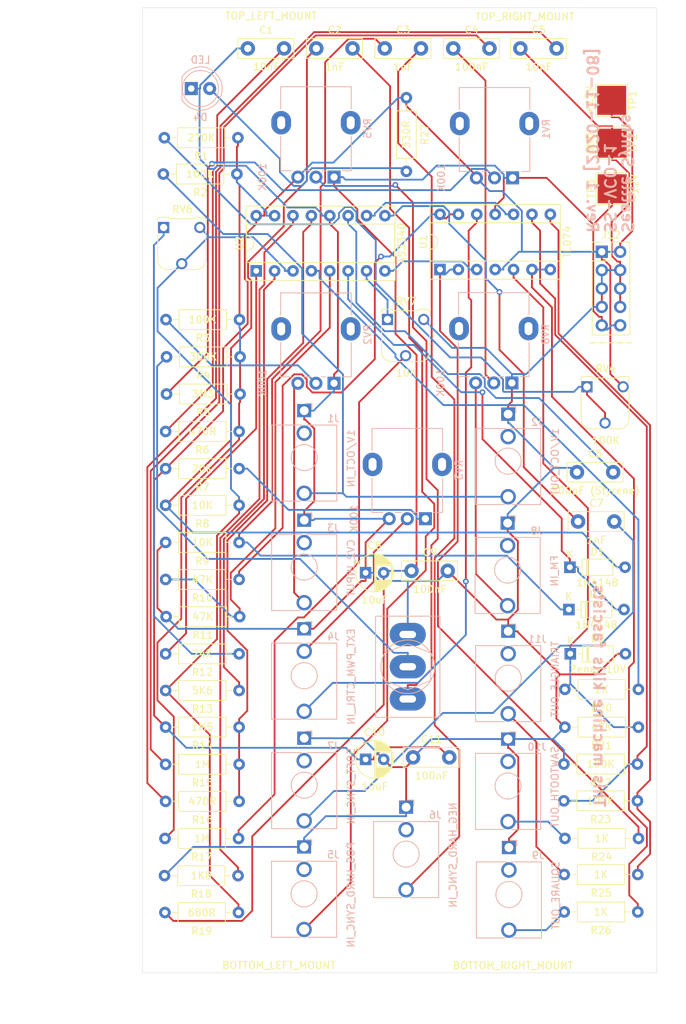
<source format=kicad_pcb>
(kicad_pcb (version 20171130) (host pcbnew 5.1.7)
  (title_block (title SS-VCO-1) (date 2020-11-08) (rev 1) (company "Seattle Synths") (comment 1 "Designed by Nathaniel Houk"))
  (layers (0 F.Cu signal) (31 B.Cu signal) (34 B.Paste user) (35 F.Paste user) (36 B.SilkS user) (37 F.SilkS user) (38 B.Mask user) (39 F.Mask user) (44 Edge.Cuts user))
  (net 0 "")
  (net 1 GND)
  (net 2 "Net-(C1-Pad2)")
  (net 3 "Net-(C2-Pad2)")
  (net 4 "Net-(C2-Pad1)")
  (net 5 "Net-(C3-Pad1)")
  (net 6 "Net-(C3-Pad2)")
  (net 7 "Net-(C4-Pad2)")
  (net 8 "Net-(C4-Pad1)")
  (net 9 "Net-(C5-Pad2)")
  (net 10 "Net-(C6-Pad2)")
  (net 11 "Net-(C7-Pad2)")
  (net 12 /SOFT_SYNC)
  (net 13 /HARD_SYNC)
  (net 14 "Net-(D3-Pad1)")
  (net 15 "Net-(J1-PadT)")
  (net 16 "Net-(J3-PadT)")
  (net 17 "Net-(J4-PadT)")
  (net 18 "Net-(J4-PadTN)")
  (net 19 "Net-(J8-PadT)")
  (net 20 /SQUARE_OUT)
  (net 21 /SAWTOOTH_OUT)
  (net 22 /TRIANGLE_OUT)
  (net 23 /FREQ_CTRL)
  (net 24 "Net-(R1-Pad1)")
  (net 25 "Net-(R3-Pad1)")
  (net 26 "Net-(R4-Pad1)")
  (net 27 "Net-(R5-Pad1)")
  (net 28 +12V)
  (net 29 "Net-(R7-Pad2)")
  (net 30 "Net-(R13-Pad1)")
  (net 31 "Net-(R10-Pad2)")
  (net 32 /PWM)
  (net 33 "Net-(R12-Pad1)")
  (net 34 "Net-(R12-Pad2)")
  (net 35 "Net-(R13-Pad2)")
  (net 36 /LINEAR_FM)
  (net 37 "Net-(R17-Pad2)")
  (net 38 "Net-(R18-Pad2)")
  (net 39 -12V)
  (net 40 /SQUARE)
  (net 41 "Net-(R22-Pad2)")
  (net 42 "Net-(R23-Pad2)")
  (net 43 "Net-(R24-Pad2)")
  (net 44 "Net-(R26-Pad2)")
  (net 45 "Net-(RV5-Pad2)")
  (net 46 "Net-(RV7-Pad1)")
  (net 47 /SAWTOOTH)
  (net 48 /TRIANGLE)
  (net 49 "Net-(D4-Pad2)")
  (module Seattle_Synths:MountingHole_3.2mm_M3_Oval (layer F.Cu) (at 118.04 22.34)
    (fp_text reference TOP_LEFT_MOUNT (at 10.31 -1.88) (layer F.SilkS))
    (fp_text value MountingHole_3.2mm_M3_Oval)
    (pad "" np_thru_hole oval (at 0 0) (size 7.4 3.2) (drill oval 7.4 3.2) (layers *.Cu *.Mask))
  )
  (module Seattle_Synths:MountingHole_3.2mm_M3_Oval (layer F.Cu) (at 174.2 22.34)
    (fp_text reference TOP_RIGHT_MOUNT (at -10.78 -1.79) (layer F.SilkS))
    (fp_text value MountingHole_3.2mm_M3_Oval)
    (pad "" np_thru_hole oval (at 0 0) (size 7.4 3.2) (drill oval 7.4 3.2) (layers *.Cu *.Mask))
  )
  (module Seattle_Synths:MountingHole_3.2mm_M3_Oval (layer F.Cu) (at 174.2 149.56)
    (fp_text reference BOTTOM_RIGHT_MOUNT (at -12.42 2.01) (layer F.SilkS))
    (fp_text value MountingHole_3.2mm_M3_Oval)
    (pad "" np_thru_hole oval (at 0 0) (size 7.4 3.2) (drill oval 7.4 3.2) (layers *.Cu *.Mask))
  )
  (module Seattle_Synths:MountingHole_3.2mm_M3_Oval (layer F.Cu) (at 118 149.56)
    (fp_text reference BOTTOM_LEFT_MOUNT (at 11.44 1.97) (layer F.SilkS))
    (fp_text value MountingHole_3.2mm_M3_Oval)
    (pad "" np_thru_hole oval (at 0 0) (size 7.4 3.2) (drill oval 7.4 3.2) (layers *.Cu *.Mask))
  )
  (module Seattle_Synths:CP_Radial_D5.0mm_P2.50mm (layer F.Cu) (at 141.41 123.1)
    (fp_text reference C10 (at 1.25 -3.75) (layer F.SilkS))
    (fp_text value 10uF (at 1.25 3.75) (layer F.SilkS))
    (pad 2 thru_hole circle (at 2.5 0) (size 1.6 1.6) (drill 0.8) (layers *.Cu *.Mask) (net 1 GND))
    (pad 1 thru_hole rect (at 0 0) (size 1.6 1.6) (drill 0.8) (layers *.Cu *.Mask) (net 28 +12V))
  )
  (module Seattle_Synths:CP_Radial_D5.0mm_P2.50mm (layer F.Cu) (at 141.41 97.34)
    (fp_text reference C8 (at 1.25 -3.75) (layer F.SilkS))
    (fp_text value 10uF (at 1.25 3.75) (layer F.SilkS))
    (pad 2 thru_hole circle (at 2.5 0) (size 1.6 1.6) (drill 0.8) (layers *.Cu *.Mask) (net 39 -12V))
    (pad 1 thru_hole rect (at 0 0) (size 1.6 1.6) (drill 0.8) (layers *.Cu *.Mask) (net 1 GND))
  )
  (module Seattle_Synths:DIP-16_W7.62mm_Socket (layer F.Cu) (at 126.3 55.66 90)
    (fp_text reference U2 (at 3.81 -2.33 90) (layer F.SilkS))
    (fp_text value AS3340 (at 3.81 20.11 90) (layer F.SilkS))
    (pad 16 thru_hole oval (at 7.62 0 90) (size 1.6 1.6) (drill 0.8) (layers *.Cu *.Mask) (net 28 +12V))
    (pad 8 thru_hole oval (at 0 17.78 90) (size 1.6 1.6) (drill 0.8) (layers *.Cu *.Mask) (net 47 /SAWTOOTH))
    (pad 15 thru_hole oval (at 7.62 2.54 90) (size 1.6 1.6) (drill 0.8) (layers *.Cu *.Mask) (net 23 /FREQ_CTRL))
    (pad 7 thru_hole oval (at 0 15.24 90) (size 1.6 1.6) (drill 0.8) (layers *.Cu *.Mask) (net 46 "Net-(RV7-Pad1)"))
    (pad 14 thru_hole oval (at 7.62 5.08 90) (size 1.6 1.6) (drill 0.8) (layers *.Cu *.Mask) (net 38 "Net-(R18-Pad2)"))
    (pad 6 thru_hole oval (at 0 12.7 90) (size 1.6 1.6) (drill 0.8) (layers *.Cu *.Mask) (net 13 /HARD_SYNC))
    (pad 13 thru_hole oval (at 7.62 7.62 90) (size 1.6 1.6) (drill 0.8) (layers *.Cu *.Mask) (net 36 /LINEAR_FM))
    (pad 5 thru_hole oval (at 0 10.16 90) (size 1.6 1.6) (drill 0.8) (layers *.Cu *.Mask) (net 32 /PWM))
    (pad 12 thru_hole oval (at 7.62 10.16 90) (size 1.6 1.6) (drill 0.8) (layers *.Cu *.Mask) (net 1 GND))
    (pad 4 thru_hole oval (at 0 7.62 90) (size 1.6 1.6) (drill 0.8) (layers *.Cu *.Mask) (net 40 /SQUARE))
    (pad 11 thru_hole oval (at 7.62 12.7 90) (size 1.6 1.6) (drill 0.8) (layers *.Cu *.Mask) (net 10 "Net-(C6-Pad2)"))
    (pad 3 thru_hole oval (at 0 5.08 90) (size 1.6 1.6) (drill 0.8) (layers *.Cu *.Mask) (net 30 "Net-(R13-Pad1)"))
    (pad 10 thru_hole oval (at 7.62 15.24 90) (size 1.6 1.6) (drill 0.8) (layers *.Cu *.Mask) (net 48 /TRIANGLE))
    (pad 2 thru_hole oval (at 0 2.54 90) (size 1.6 1.6) (drill 0.8) (layers *.Cu *.Mask) (net 35 "Net-(R13-Pad2)"))
    (pad 9 thru_hole oval (at 7.62 17.78 90) (size 1.6 1.6) (drill 0.8) (layers *.Cu *.Mask) (net 12 /SOFT_SYNC))
    (pad 1 thru_hole rect (at 0 0 90) (size 1.6 1.6) (drill 0.8) (layers *.Cu *.Mask) (net 33 "Net-(R12-Pad1)"))
  )
  (module Seattle_Synths:DIP-14_W7.62mm_Socket (layer F.Cu) (at 151.69 55.47 90)
    (fp_text reference U1 (at 3.81 -2.33 90) (layer F.SilkS))
    (fp_text value TL074 (at 3.81 17.57 90) (layer F.SilkS))
    (pad 14 thru_hole oval (at 7.62 0 90) (size 1.6 1.6) (drill 0.8) (layers *.Cu *.Mask) (net 31 "Net-(R10-Pad2)"))
    (pad 7 thru_hole oval (at 0 15.24 90) (size 1.6 1.6) (drill 0.8) (layers *.Cu *.Mask) (net 44 "Net-(R26-Pad2)"))
    (pad 13 thru_hole oval (at 7.62 2.54 90) (size 1.6 1.6) (drill 0.8) (layers *.Cu *.Mask) (net 31 "Net-(R10-Pad2)"))
    (pad 6 thru_hole oval (at 0 12.7 90) (size 1.6 1.6) (drill 0.8) (layers *.Cu *.Mask) (net 44 "Net-(R26-Pad2)"))
    (pad 12 thru_hole oval (at 7.62 5.08 90) (size 1.6 1.6) (drill 0.8) (layers *.Cu *.Mask) (net 17 "Net-(J4-PadT)"))
    (pad 5 thru_hole oval (at 0 10.16 90) (size 1.6 1.6) (drill 0.8) (layers *.Cu *.Mask) (net 14 "Net-(D3-Pad1)"))
    (pad 11 thru_hole oval (at 7.62 7.62 90) (size 1.6 1.6) (drill 0.8) (layers *.Cu *.Mask) (net 39 -12V))
    (pad 4 thru_hole oval (at 0 7.62 90) (size 1.6 1.6) (drill 0.8) (layers *.Cu *.Mask) (net 28 +12V))
    (pad 10 thru_hole oval (at 7.62 10.16 90) (size 1.6 1.6) (drill 0.8) (layers *.Cu *.Mask) (net 48 /TRIANGLE))
    (pad 3 thru_hole oval (at 0 5.08 90) (size 1.6 1.6) (drill 0.8) (layers *.Cu *.Mask) (net 47 /SAWTOOTH))
    (pad 9 thru_hole oval (at 7.62 12.7 90) (size 1.6 1.6) (drill 0.8) (layers *.Cu *.Mask) (net 41 "Net-(R22-Pad2)"))
    (pad 2 thru_hole oval (at 0 2.54 90) (size 1.6 1.6) (drill 0.8) (layers *.Cu *.Mask) (net 43 "Net-(R24-Pad2)"))
    (pad 8 thru_hole oval (at 7.62 15.24 90) (size 1.6 1.6) (drill 0.8) (layers *.Cu *.Mask) (net 42 "Net-(R23-Pad2)"))
    (pad 1 thru_hole rect (at 0 0 90) (size 1.6 1.6) (drill 0.8) (layers *.Cu *.Mask) (net 43 "Net-(R24-Pad2)"))
  )
  (module Seattle_Synths:SW_Toggle_Blue_wSlots (layer B.Cu) (at 147.23 110.31 270)
    (fp_text reference SW1 hide)
    (fp_text value SW_SPDT)
    (pad 1 thru_hole oval (at -4.45 0 270) (size 3.2 5) (drill oval 1 2.3) (layers *.Cu) (net 1 GND))
    (pad 2 thru_hole oval (at 0 0 270) (size 3.2 5) (drill oval 1 2.3) (layers *.Cu) (net 26 "Net-(R4-Pad1)"))
    (pad 3 thru_hole oval (at 4.45 0 270) (size 3.2 5) (drill oval 1 2.3) (layers *.Cu) (net 45 "Net-(RV5-Pad2)"))
  )
  (module Seattle_Synths:C_Disc_D7.5mm_W2.5mm_P5.00mm (layer F.Cu) (at 147.97 122.82)
    (fp_text reference C11)
    (fp_text value 100nF (at 2.54 2.54) (layer F.SilkS))
    (fp_text user %R (at 2.54 -2.54) (layer F.SilkS))
    (pad 2 thru_hole circle (at 5 0) (size 2 2) (drill 1) (layers *.Cu *.Mask) (net 28 +12V))
    (pad 1 thru_hole circle (at 0 0) (size 2 2) (drill 1) (layers *.Cu *.Mask) (net 1 GND))
  )
  (module Seattle_Synths:C_Disc_D7.5mm_W2.5mm_P5.00mm (layer F.Cu) (at 147.75 97.07)
    (fp_text reference C9)
    (fp_text value 100nF (at 2.54 2.54) (layer F.SilkS))
    (fp_text user %R (at 2.54 -2.54) (layer F.SilkS))
    (pad 2 thru_hole circle (at 5 0) (size 2 2) (drill 1) (layers *.Cu *.Mask) (net 1 GND))
    (pad 1 thru_hole circle (at 0 0) (size 2 2) (drill 1) (layers *.Cu *.Mask) (net 39 -12V))
  )
  (module Seattle_Synths:Potentiometer_Alpha_RD901F-40-00D_Single_Vertical (layer B.Cu) (at 161.62 71.13 90)
    (fp_text reference RV8 (at 6.71 4.64 90) (layer B.SilkS) (effects (justify mirror)))
    (fp_text value 100K (at 0 -9.86 90) (layer B.SilkS) (effects (justify mirror)))
    (pad "" thru_hole oval (at 7.5 2.3) (size 2.72 3.24) (drill oval 1.1 1.8) (layers *.Cu *.Mask))
    (pad "" thru_hole oval (at 7.5 -7.3) (size 2.72 3.24) (drill oval 1.1 1.8) (layers *.Cu *.Mask))
    (pad 3 thru_hole circle (at 0 -5) (size 1.8 1.8) (drill 1) (layers *.Cu *.Mask) (net 19 "Net-(J8-PadT)"))
    (pad 2 thru_hole circle (at 0 -2.5) (size 1.8 1.8) (drill 1) (layers *.Cu *.Mask) (net 8 "Net-(C4-Pad1)"))
    (pad 1 thru_hole rect (at 0 0) (size 1.8 1.8) (drill 1) (layers *.Cu *.Mask) (net 1 GND))
  )
  (module Seattle_Synths:Potentiometer_Runtron_RM-065_Vertical (layer F.Cu) (at 144.44 62.37)
    (fp_text reference RV7 (at 2.6 -2.5) (layer F.SilkS))
    (fp_text value 10K (at 2.6 7.4) (layer F.SilkS))
    (pad 2 thru_hole circle (at 2.5 5) (size 1.55 1.55) (drill 1) (layers *.Cu *.Mask) (net 37 "Net-(R17-Pad2)"))
    (pad 1 thru_hole rect (at 0 0) (size 1.55 1.55) (drill 1) (layers *.Cu *.Mask) (net 46 "Net-(RV7-Pad1)"))
    (pad 3 thru_hole circle (at 5 0) (size 1.55 1.55) (drill 1) (layers *.Cu *.Mask) (net 1 GND))
  )
  (module Seattle_Synths:Potentiometer_Runtron_RM-065_Vertical (layer F.Cu) (at 113.51 49.67)
    (fp_text reference RV6 (at 2.6 -2.5) (layer F.SilkS))
    (fp_text value 10K)
    (pad 2 thru_hole circle (at 2.5 5) (size 1.55 1.55) (drill 1) (layers *.Cu *.Mask) (net 30 "Net-(R13-Pad1)"))
    (pad 1 thru_hole rect (at 0 0) (size 1.55 1.55) (drill 1) (layers *.Cu *.Mask) (net 34 "Net-(R12-Pad2)"))
    (pad 3 thru_hole circle (at 5 0) (size 1.55 1.55) (drill 1) (layers *.Cu *.Mask) (net 30 "Net-(R13-Pad1)"))
  )
  (module Seattle_Synths:Potentiometer_Alpha_RD901F-40-00D_Single_Vertical (layer B.Cu) (at 137.05 42.71 90)
    (fp_text reference RV5 (at 6.71 4.64 90) (layer B.SilkS) (effects (justify mirror)))
    (fp_text value 100K (at 0 -9.86 90) (layer B.SilkS) (effects (justify mirror)))
    (pad "" thru_hole oval (at 7.5 2.3) (size 2.72 3.24) (drill oval 1.1 1.8) (layers *.Cu *.Mask))
    (pad "" thru_hole oval (at 7.5 -7.3) (size 2.72 3.24) (drill oval 1.1 1.8) (layers *.Cu *.Mask))
    (pad 3 thru_hole circle (at 0 -5) (size 1.8 1.8) (drill 1) (layers *.Cu *.Mask) (net 28 +12V))
    (pad 2 thru_hole circle (at 0 -2.5) (size 1.8 1.8) (drill 1) (layers *.Cu *.Mask) (net 45 "Net-(RV5-Pad2)"))
    (pad 1 thru_hole rect (at 0 0) (size 1.8 1.8) (drill 1) (layers *.Cu *.Mask) (net 39 -12V))
  )
  (module Seattle_Synths:Potentiometer_Runtron_RM-065_Vertical (layer F.Cu) (at 171.99 71.66)
    (fp_text reference RV4 (at 2.6 -2.5) (layer F.SilkS))
    (fp_text value 100K (at 2.6 7.4) (layer F.SilkS))
    (pad 2 thru_hole circle (at 2.5 5) (size 1.55 1.55) (drill 1) (layers *.Cu *.Mask) (net 24 "Net-(R1-Pad1)"))
    (pad 1 thru_hole rect (at 0 0) (size 1.55 1.55) (drill 1) (layers *.Cu *.Mask) (net 24 "Net-(R1-Pad1)"))
    (pad 3 thru_hole circle (at 5 0) (size 1.55 1.55) (drill 1) (layers *.Cu *.Mask) (net 28 +12V))
  )
  (module Seattle_Synths:Potentiometer_Alpha_RD901F-40-00D_Single_Vertical (layer B.Cu) (at 149.67 89.88 90)
    (fp_text reference RV3 (at 6.71 4.64 90) (layer B.SilkS) (effects (justify mirror)))
    (fp_text value 100K (at 0 -9.86 90) (layer B.SilkS) (effects (justify mirror)))
    (pad "" thru_hole oval (at 7.5 2.3) (size 2.72 3.24) (drill oval 1.1 1.8) (layers *.Cu *.Mask))
    (pad "" thru_hole oval (at 7.5 -7.3) (size 2.72 3.24) (drill oval 1.1 1.8) (layers *.Cu *.Mask))
    (pad 3 thru_hole circle (at 0 -5) (size 1.8 1.8) (drill 1) (layers *.Cu *.Mask) (net 1 GND))
    (pad 2 thru_hole circle (at 0 -2.5) (size 1.8 1.8) (drill 1) (layers *.Cu *.Mask) (net 18 "Net-(J4-PadTN)"))
    (pad 1 thru_hole rect (at 0 0) (size 1.8 1.8) (drill 1) (layers *.Cu *.Mask) (net 29 "Net-(R7-Pad2)"))
  )
  (module Seattle_Synths:Potentiometer_Alpha_RD901F-40-00D_Single_Vertical (layer B.Cu) (at 137.05 71.17 90)
    (fp_text reference RV2 (at 6.71 4.64 90) (layer B.SilkS) (effects (justify mirror)))
    (fp_text value 100K (at 0 -9.86 90) (layer B.SilkS) (effects (justify mirror)))
    (pad "" thru_hole oval (at 7.5 2.3) (size 2.72 3.24) (drill oval 1.1 1.8) (layers *.Cu *.Mask))
    (pad "" thru_hole oval (at 7.5 -7.3) (size 2.72 3.24) (drill oval 1.1 1.8) (layers *.Cu *.Mask))
    (pad 3 thru_hole circle (at 0 -5) (size 1.8 1.8) (drill 1) (layers *.Cu *.Mask) (net 16 "Net-(J3-PadT)"))
    (pad 2 thru_hole circle (at 0 -2.5) (size 1.8 1.8) (drill 1) (layers *.Cu *.Mask) (net 25 "Net-(R3-Pad1)"))
    (pad 1 thru_hole rect (at 0 0) (size 1.8 1.8) (drill 1) (layers *.Cu *.Mask) (net 1 GND))
  )
  (module Seattle_Synths:Potentiometer_Alpha_RD901F-40-00D_Single_Vertical (layer B.Cu) (at 161.72 42.82 90)
    (fp_text reference RV1 (at 6.71 4.64 90) (layer B.SilkS) (effects (justify mirror)))
    (fp_text value 100K (at 0 -9.86 90) (layer B.SilkS) (effects (justify mirror)))
    (pad "" thru_hole oval (at 7.5 2.3) (size 2.72 3.24) (drill oval 1.1 1.8) (layers *.Cu *.Mask))
    (pad "" thru_hole oval (at 7.5 -7.3) (size 2.72 3.24) (drill oval 1.1 1.8) (layers *.Cu *.Mask))
    (pad 3 thru_hole circle (at 0 -5) (size 1.8 1.8) (drill 1) (layers *.Cu *.Mask) (net 28 +12V))
    (pad 2 thru_hole circle (at 0 -2.5) (size 1.8 1.8) (drill 1) (layers *.Cu *.Mask) (net 27 "Net-(R5-Pad1)"))
    (pad 1 thru_hole rect (at 0 0) (size 1.8 1.8) (drill 1) (layers *.Cu *.Mask) (net 39 -12V))
  )
  (module Seattle_Synths:R_Axial_DIN0207_L6.3mm_D2.5mm_P10.16mm_Horizontal (layer F.Cu) (at 147.04 41.92 90)
    (fp_text reference R27)
    (fp_text value 330R (at 5.08 0 90) (layer F.SilkS))
    (fp_text user %R (at 5.08 2.54 90) (layer F.SilkS))
    (pad 1 thru_hole circle (at 0 0 90) (size 1.6 1.6) (drill 0.8) (layers *.Cu *.Mask) (net 49 "Net-(D4-Pad2)"))
    (pad 2 thru_hole oval (at 10.16 0 90) (size 1.6 1.6) (drill 0.8) (layers *.Cu *.Mask) (net 28 +12V))
  )
  (module Seattle_Synths:R_Axial_DIN0207_L6.3mm_D2.5mm_P10.16mm_Horizontal (layer F.Cu) (at 168.85 144.16)
    (fp_text reference R26)
    (fp_text value 1K (at 5.08 0) (layer F.SilkS))
    (fp_text user %R (at 5.08 2.54) (layer F.SilkS))
    (pad 1 thru_hole circle (at 0 0) (size 1.6 1.6) (drill 0.8) (layers *.Cu *.Mask) (net 20 /SQUARE_OUT))
    (pad 2 thru_hole oval (at 10.16 0) (size 1.6 1.6) (drill 0.8) (layers *.Cu *.Mask) (net 44 "Net-(R26-Pad2)"))
  )
  (module Seattle_Synths:R_Axial_DIN0207_L6.3mm_D2.5mm_P10.16mm_Horizontal (layer F.Cu) (at 168.85 138.99)
    (fp_text reference R25)
    (fp_text value 1K (at 5.08 0) (layer F.SilkS))
    (fp_text user %R (at 5.08 2.54) (layer F.SilkS))
    (pad 1 thru_hole circle (at 0 0) (size 1.6 1.6) (drill 0.8) (layers *.Cu *.Mask) (net 22 /TRIANGLE_OUT))
    (pad 2 thru_hole oval (at 10.16 0) (size 1.6 1.6) (drill 0.8) (layers *.Cu *.Mask) (net 42 "Net-(R23-Pad2)"))
  )
  (module Seattle_Synths:R_Axial_DIN0207_L6.3mm_D2.5mm_P10.16mm_Horizontal (layer F.Cu) (at 168.95 134.01)
    (fp_text reference R24)
    (fp_text value 1K (at 5.08 0) (layer F.SilkS))
    (fp_text user %R (at 5.08 2.54) (layer F.SilkS))
    (pad 1 thru_hole circle (at 0 0) (size 1.6 1.6) (drill 0.8) (layers *.Cu *.Mask) (net 21 /SAWTOOTH_OUT))
    (pad 2 thru_hole oval (at 10.16 0) (size 1.6 1.6) (drill 0.8) (layers *.Cu *.Mask) (net 43 "Net-(R24-Pad2)"))
  )
  (module Seattle_Synths:R_Axial_DIN0207_L6.3mm_D2.5mm_P10.16mm_Horizontal (layer F.Cu) (at 168.8 128.82)
    (fp_text reference R23)
    (fp_text value 100K (at 5.08 0) (layer F.SilkS))
    (fp_text user %R (at 5.08 2.54) (layer F.SilkS))
    (pad 1 thru_hole circle (at 0 0) (size 1.6 1.6) (drill 0.8) (layers *.Cu *.Mask) (net 41 "Net-(R22-Pad2)"))
    (pad 2 thru_hole oval (at 10.16 0) (size 1.6 1.6) (drill 0.8) (layers *.Cu *.Mask) (net 42 "Net-(R23-Pad2)"))
  )
  (module Seattle_Synths:R_Axial_DIN0207_L6.3mm_D2.5mm_P10.16mm_Horizontal (layer F.Cu) (at 168.8 123.74)
    (fp_text reference R22)
    (fp_text value 100K (at 5.08 0) (layer F.SilkS))
    (fp_text user %R (at 5.08 2.54) (layer F.SilkS))
    (pad 1 thru_hole circle (at 0 0) (size 1.6 1.6) (drill 0.8) (layers *.Cu *.Mask) (net 1 GND))
    (pad 2 thru_hole oval (at 10.16 0) (size 1.6 1.6) (drill 0.8) (layers *.Cu *.Mask) (net 41 "Net-(R22-Pad2)"))
  )
  (module Seattle_Synths:R_Axial_DIN0207_L6.3mm_D2.5mm_P10.16mm_Horizontal (layer F.Cu) (at 168.94 118.65)
    (fp_text reference R21)
    (fp_text value 47K (at 5.08 0) (layer F.SilkS))
    (fp_text user %R (at 5.08 2.54) (layer F.SilkS))
    (pad 1 thru_hole circle (at 0 0) (size 1.6 1.6) (drill 0.8) (layers *.Cu *.Mask) (net 1 GND))
    (pad 2 thru_hole oval (at 10.16 0) (size 1.6 1.6) (drill 0.8) (layers *.Cu *.Mask) (net 14 "Net-(D3-Pad1)"))
  )
  (module Seattle_Synths:R_Axial_DIN0207_L6.3mm_D2.5mm_P10.16mm_Horizontal (layer F.Cu) (at 168.94 113.43)
    (fp_text reference R20)
    (fp_text value 2K (at 5.08 0) (layer F.SilkS))
    (fp_text user %R (at 5.08 2.54) (layer F.SilkS))
    (pad 1 thru_hole circle (at 0 0) (size 1.6 1.6) (drill 0.8) (layers *.Cu *.Mask) (net 14 "Net-(D3-Pad1)"))
    (pad 2 thru_hole oval (at 10.16 0) (size 1.6 1.6) (drill 0.8) (layers *.Cu *.Mask) (net 40 /SQUARE))
  )
  (module Seattle_Synths:R_Axial_DIN0207_L6.3mm_D2.5mm_P10.16mm_Horizontal (layer F.Cu) (at 113.69 144.24)
    (fp_text reference R19)
    (fp_text value 680R (at 5.08 0) (layer F.SilkS))
    (fp_text user %R (at 5.08 2.54) (layer F.SilkS))
    (pad 1 thru_hole circle (at 0 0) (size 1.6 1.6) (drill 0.8) (layers *.Cu *.Mask) (net 39 -12V))
    (pad 2 thru_hole oval (at 10.16 0) (size 1.6 1.6) (drill 0.8) (layers *.Cu *.Mask) (net 30 "Net-(R13-Pad1)"))
  )
  (module Seattle_Synths:R_Axial_DIN0207_L6.3mm_D2.5mm_P10.16mm_Horizontal (layer F.Cu) (at 113.63 139.15)
    (fp_text reference R18)
    (fp_text value 1K8 (at 5.08 0) (layer F.SilkS))
    (fp_text user %R (at 5.08 2.54) (layer F.SilkS))
    (pad 1 thru_hole circle (at 0 0) (size 1.6 1.6) (drill 0.8) (layers *.Cu *.Mask) (net 1 GND))
    (pad 2 thru_hole oval (at 10.16 0) (size 1.6 1.6) (drill 0.8) (layers *.Cu *.Mask) (net 38 "Net-(R18-Pad2)"))
  )
  (module Seattle_Synths:R_Axial_DIN0207_L6.3mm_D2.5mm_P10.16mm_Horizontal (layer F.Cu) (at 113.7 134.02)
    (fp_text reference R17)
    (fp_text value 1M (at 5.08 0) (layer F.SilkS))
    (fp_text user %R (at 5.08 2.54) (layer F.SilkS))
    (pad 1 thru_hole circle (at 0 0) (size 1.6 1.6) (drill 0.8) (layers *.Cu *.Mask) (net 23 /FREQ_CTRL))
    (pad 2 thru_hole oval (at 10.16 0) (size 1.6 1.6) (drill 0.8) (layers *.Cu *.Mask) (net 37 "Net-(R17-Pad2)"))
  )
  (module Seattle_Synths:R_Axial_DIN0207_L6.3mm_D2.5mm_P10.16mm_Horizontal (layer F.Cu) (at 113.78 128.89)
    (fp_text reference R16)
    (fp_text value 470R (at 5.08 0) (layer F.SilkS))
    (fp_text user %R (at 5.08 2.54) (layer F.SilkS))
    (pad 1 thru_hole circle (at 0 0) (size 1.6 1.6) (drill 0.8) (layers *.Cu *.Mask) (net 9 "Net-(C5-Pad2)"))
    (pad 2 thru_hole oval (at 10.16 0) (size 1.6 1.6) (drill 0.8) (layers *.Cu *.Mask) (net 36 /LINEAR_FM))
  )
  (module Seattle_Synths:R_Axial_DIN0207_L6.3mm_D2.5mm_P10.16mm_Horizontal (layer F.Cu) (at 113.78 123.78)
    (fp_text reference R15)
    (fp_text value 1M (at 5.08 0) (layer F.SilkS))
    (fp_text user %R (at 5.08 2.54) (layer F.SilkS))
    (pad 1 thru_hole circle (at 0 0) (size 1.6 1.6) (drill 0.8) (layers *.Cu *.Mask) (net 7 "Net-(C4-Pad2)"))
    (pad 2 thru_hole oval (at 10.16 0) (size 1.6 1.6) (drill 0.8) (layers *.Cu *.Mask) (net 36 /LINEAR_FM))
  )
  (module Seattle_Synths:R_Axial_DIN0207_L6.3mm_D2.5mm_P10.16mm_Horizontal (layer F.Cu) (at 113.78 118.64)
    (fp_text reference R14)
    (fp_text value 1M5 (at 5.08 0) (layer F.SilkS))
    (fp_text user %R (at 5.08 2.54) (layer F.SilkS))
    (pad 1 thru_hole circle (at 0 0) (size 1.6 1.6) (drill 0.8) (layers *.Cu *.Mask) (net 28 +12V))
    (pad 2 thru_hole oval (at 10.16 0) (size 1.6 1.6) (drill 0.8) (layers *.Cu *.Mask) (net 36 /LINEAR_FM))
  )
  (module Seattle_Synths:R_Axial_DIN0207_L6.3mm_D2.5mm_P10.16mm_Horizontal (layer F.Cu) (at 113.78 113.59)
    (fp_text reference R13)
    (fp_text value 5K6 (at 5.08 0) (layer F.SilkS))
    (fp_text user %R (at 5.08 2.54) (layer F.SilkS))
    (pad 1 thru_hole circle (at 0 0) (size 1.6 1.6) (drill 0.8) (layers *.Cu *.Mask) (net 30 "Net-(R13-Pad1)"))
    (pad 2 thru_hole oval (at 10.16 0) (size 1.6 1.6) (drill 0.8) (layers *.Cu *.Mask) (net 35 "Net-(R13-Pad2)"))
  )
  (module Seattle_Synths:R_Axial_DIN0207_L6.3mm_D2.5mm_P10.16mm_Horizontal (layer F.Cu) (at 113.78 108.53)
    (fp_text reference R12)
    (fp_text value 24K (at 5.08 0) (layer F.SilkS))
    (fp_text user %R (at 5.08 2.54) (layer F.SilkS))
    (pad 1 thru_hole circle (at 0 0) (size 1.6 1.6) (drill 0.8) (layers *.Cu *.Mask) (net 33 "Net-(R12-Pad1)"))
    (pad 2 thru_hole oval (at 10.16 0) (size 1.6 1.6) (drill 0.8) (layers *.Cu *.Mask) (net 34 "Net-(R12-Pad2)"))
  )
  (module Seattle_Synths:R_Axial_DIN0207_L6.3mm_D2.5mm_P10.16mm_Horizontal (layer F.Cu) (at 113.85 103.39)
    (fp_text reference R11)
    (fp_text value 47K (at 5.08 0) (layer F.SilkS))
    (fp_text user %R (at 5.08 2.54) (layer F.SilkS))
    (pad 1 thru_hole circle (at 0 0) (size 1.6 1.6) (drill 0.8) (layers *.Cu *.Mask) (net 1 GND))
    (pad 2 thru_hole oval (at 10.16 0) (size 1.6 1.6) (drill 0.8) (layers *.Cu *.Mask) (net 32 /PWM))
  )
  (module Seattle_Synths:R_Axial_DIN0207_L6.3mm_D2.5mm_P10.16mm_Horizontal (layer F.Cu) (at 113.78 98.26)
    (fp_text reference R10)
    (fp_text value 47K (at 5.08 0) (layer F.SilkS))
    (fp_text user %R (at 5.08 2.54) (layer F.SilkS))
    (pad 1 thru_hole circle (at 0 0) (size 1.6 1.6) (drill 0.8) (layers *.Cu *.Mask) (net 32 /PWM))
    (pad 2 thru_hole oval (at 10.16 0) (size 1.6 1.6) (drill 0.8) (layers *.Cu *.Mask) (net 31 "Net-(R10-Pad2)"))
  )
  (module Seattle_Synths:R_Axial_DIN0207_L6.3mm_D2.5mm_P10.16mm_Horizontal (layer F.Cu) (at 113.78 93.15)
    (fp_text reference R9)
    (fp_text value 10K (at 5.08 0) (layer F.SilkS))
    (fp_text user %R (at 5.08 2.54) (layer F.SilkS))
    (pad 1 thru_hole circle (at 0 0) (size 1.6 1.6) (drill 0.8) (layers *.Cu *.Mask) (net 1 GND))
    (pad 2 thru_hole oval (at 10.16 0) (size 1.6 1.6) (drill 0.8) (layers *.Cu *.Mask) (net 5 "Net-(C3-Pad1)"))
  )
  (module Seattle_Synths:R_Axial_DIN0207_L6.3mm_D2.5mm_P10.16mm_Horizontal (layer F.Cu) (at 113.78 88.02)
    (fp_text reference R8)
    (fp_text value 10K (at 5.08 0) (layer F.SilkS))
    (fp_text user %R (at 5.08 2.54) (layer F.SilkS))
    (pad 1 thru_hole circle (at 0 0) (size 1.6 1.6) (drill 0.8) (layers *.Cu *.Mask) (net 4 "Net-(C2-Pad1)"))
    (pad 2 thru_hole oval (at 10.16 0) (size 1.6 1.6) (drill 0.8) (layers *.Cu *.Mask) (net 30 "Net-(R13-Pad1)"))
  )
  (module Seattle_Synths:R_Axial_DIN0207_L6.3mm_D2.5mm_P10.16mm_Horizontal (layer F.Cu) (at 113.78 82.96)
    (fp_text reference R7)
    (fp_text value 20K (at 5.08 0) (layer F.SilkS))
    (fp_text user %R (at 5.08 2.54) (layer F.SilkS))
    (pad 1 thru_hole circle (at 0 0) (size 1.6 1.6) (drill 0.8) (layers *.Cu *.Mask) (net 28 +12V))
    (pad 2 thru_hole oval (at 10.16 0) (size 1.6 1.6) (drill 0.8) (layers *.Cu *.Mask) (net 29 "Net-(R7-Pad2)"))
  )
  (module Seattle_Synths:R_Axial_DIN0207_L6.3mm_D2.5mm_P10.16mm_Horizontal (layer F.Cu) (at 113.78 77.83)
    (fp_text reference R6)
    (fp_text value 470R (at 5.08 0) (layer F.SilkS))
    (fp_text user %R (at 5.08 2.54) (layer F.SilkS))
    (pad 1 thru_hole circle (at 0 0) (size 1.6 1.6) (drill 0.8) (layers *.Cu *.Mask) (net 2 "Net-(C1-Pad2)"))
    (pad 2 thru_hole oval (at 10.16 0) (size 1.6 1.6) (drill 0.8) (layers *.Cu *.Mask) (net 23 /FREQ_CTRL))
  )
  (module Seattle_Synths:R_Axial_DIN0207_L6.3mm_D2.5mm_P10.16mm_Horizontal (layer F.Cu) (at 113.91 72.66)
    (fp_text reference R5)
    (fp_text value 3M3 (at 5.08 0) (layer F.SilkS))
    (fp_text user %R (at 5.08 2.54) (layer F.SilkS))
    (pad 1 thru_hole circle (at 0 0) (size 1.6 1.6) (drill 0.8) (layers *.Cu *.Mask) (net 27 "Net-(R5-Pad1)"))
    (pad 2 thru_hole oval (at 10.16 0) (size 1.6 1.6) (drill 0.8) (layers *.Cu *.Mask) (net 23 /FREQ_CTRL))
  )
  (module Seattle_Synths:R_Axial_DIN0207_L6.3mm_D2.5mm_P10.16mm_Horizontal (layer F.Cu) (at 113.91 67.53)
    (fp_text reference R4)
    (fp_text value 300K (at 5.08 0) (layer F.SilkS))
    (fp_text user %R (at 5.08 2.54) (layer F.SilkS))
    (pad 1 thru_hole circle (at 0 0) (size 1.6 1.6) (drill 0.8) (layers *.Cu *.Mask) (net 26 "Net-(R4-Pad1)"))
    (pad 2 thru_hole oval (at 10.16 0) (size 1.6 1.6) (drill 0.8) (layers *.Cu *.Mask) (net 23 /FREQ_CTRL))
  )
  (module Seattle_Synths:R_Axial_DIN0207_L6.3mm_D2.5mm_P10.16mm_Horizontal (layer F.Cu) (at 113.83 62.39)
    (fp_text reference R3)
    (fp_text value 100K (at 5.08 0) (layer F.SilkS))
    (fp_text user %R (at 5.08 2.54) (layer F.SilkS))
    (pad 1 thru_hole circle (at 0 0) (size 1.6 1.6) (drill 0.8) (layers *.Cu *.Mask) (net 25 "Net-(R3-Pad1)"))
    (pad 2 thru_hole oval (at 10.16 0) (size 1.6 1.6) (drill 0.8) (layers *.Cu *.Mask) (net 23 /FREQ_CTRL))
  )
  (module Seattle_Synths:R_Axial_DIN0207_L6.3mm_D2.5mm_P10.16mm_Horizontal (layer F.Cu) (at 113.47 42.29)
    (fp_text reference R2)
    (fp_text value 100K (at 5.08 0) (layer F.SilkS))
    (fp_text user %R (at 5.08 2.54) (layer F.SilkS))
    (pad 1 thru_hole circle (at 0 0) (size 1.6 1.6) (drill 0.8) (layers *.Cu *.Mask) (net 15 "Net-(J1-PadT)"))
    (pad 2 thru_hole oval (at 10.16 0) (size 1.6 1.6) (drill 0.8) (layers *.Cu *.Mask) (net 23 /FREQ_CTRL))
  )
  (module Seattle_Synths:R_Axial_DIN0207_L6.3mm_D2.5mm_P10.16mm_Horizontal (layer F.Cu) (at 113.61 37.28)
    (fp_text reference R1)
    (fp_text value 270K (at 5.08 0) (layer F.SilkS))
    (fp_text user %R (at 5.08 2.54) (layer F.SilkS))
    (pad 1 thru_hole circle (at 0 0) (size 1.6 1.6) (drill 0.8) (layers *.Cu *.Mask) (net 24 "Net-(R1-Pad1)"))
    (pad 2 thru_hole oval (at 10.16 0) (size 1.6 1.6) (drill 0.8) (layers *.Cu *.Mask) (net 23 /FREQ_CTRL))
  )
  (module Seattle_Synths:PinHeader_2x05_P2.54mm_Vertical (layer F.Cu) (at 174.04 53.02)
    (fp_text reference J12 (at 1.27 -2.33) (layer F.SilkS))
    (fp_text value ----- (at 1.27 12.49) (layer F.SilkS))
    (pad 10 thru_hole oval (at 2.54 10.16) (size 1.7 1.7) (drill 1) (layers *.Cu *.Mask) (net 39 -12V))
    (pad 9 thru_hole oval (at 0 10.16) (size 1.7 1.7) (drill 1) (layers *.Cu *.Mask) (net 39 -12V))
    (pad 8 thru_hole oval (at 2.54 7.62) (size 1.7 1.7) (drill 1) (layers *.Cu *.Mask) (net 1 GND))
    (pad 7 thru_hole oval (at 0 7.62) (size 1.7 1.7) (drill 1) (layers *.Cu *.Mask) (net 1 GND))
    (pad 6 thru_hole oval (at 2.54 5.08) (size 1.7 1.7) (drill 1) (layers *.Cu *.Mask) (net 1 GND))
    (pad 5 thru_hole oval (at 0 5.08) (size 1.7 1.7) (drill 1) (layers *.Cu *.Mask) (net 1 GND))
    (pad 4 thru_hole oval (at 2.54 2.54) (size 1.7 1.7) (drill 1) (layers *.Cu *.Mask) (net 1 GND))
    (pad 3 thru_hole oval (at 0 2.54) (size 1.7 1.7) (drill 1) (layers *.Cu *.Mask) (net 1 GND))
    (pad 2 thru_hole oval (at 2.54 0) (size 1.7 1.7) (drill 1) (layers *.Cu *.Mask) (net 28 +12V))
    (pad 1 thru_hole rect (at 0 0) (size 1.7 1.7) (drill 1) (layers *.Cu *.Mask) (net 28 +12V))
  )
  (module Seattle_Synths:Jack_3.5mm_QingPu_WQP-PJ398SM_Vertical_CircularHoles (layer B.Cu) (at 161.11 105.41 180)
    (fp_text reference J11 (at -4.03 -1.08 180) (layer B.SilkS) (effects (justify mirror)))
    (fp_text value TRIANGLE_OUT (at -6.477 -6.604 90) (layer B.SilkS) (effects (justify mirror)))
    (pad T thru_hole circle (at 0 -11.4) (size 2.13 2.13) (drill 1.43) (layers *.Cu *.Mask) (net 22 /TRIANGLE_OUT))
    (pad S thru_hole rect (at 0 0) (size 1.93 1.83) (drill 1.22) (layers *.Cu *.Mask) (net 1 GND))
    (pad TN thru_hole circle (at 0 -3.1) (size 2.13 2.13) (drill 1.42) (layers *.Cu *.Mask))
  )
  (module Seattle_Synths:Jack_3.5mm_QingPu_WQP-PJ398SM_Vertical_CircularHoles (layer B.Cu) (at 161.09 120.29 180)
    (fp_text reference J10 (at -4.03 -1.08 180) (layer B.SilkS) (effects (justify mirror)))
    (fp_text value SAWTOOTH_OUT (at -6.477 -6.604 90) (layer B.SilkS) (effects (justify mirror)))
    (pad T thru_hole circle (at 0 -11.4) (size 2.13 2.13) (drill 1.43) (layers *.Cu *.Mask) (net 21 /SAWTOOTH_OUT))
    (pad S thru_hole rect (at 0 0) (size 1.93 1.83) (drill 1.22) (layers *.Cu *.Mask) (net 1 GND))
    (pad TN thru_hole circle (at 0 -3.1) (size 2.13 2.13) (drill 1.42) (layers *.Cu *.Mask))
  )
  (module Seattle_Synths:Jack_3.5mm_QingPu_WQP-PJ398SM_Vertical_CircularHoles (layer B.Cu) (at 161.21 135.27 180)
    (fp_text reference J9 (at -4.03 -1.08 180) (layer B.SilkS) (effects (justify mirror)))
    (fp_text value SQUARE_OUT (at -6.477 -6.604 90) (layer B.SilkS) (effects (justify mirror)))
    (pad T thru_hole circle (at 0 -11.4) (size 2.13 2.13) (drill 1.43) (layers *.Cu *.Mask) (net 20 /SQUARE_OUT))
    (pad S thru_hole rect (at 0 0) (size 1.93 1.83) (drill 1.22) (layers *.Cu *.Mask) (net 1 GND))
    (pad TN thru_hole circle (at 0 -3.1) (size 2.13 2.13) (drill 1.42) (layers *.Cu *.Mask))
  )
  (module Seattle_Synths:Jack_3.5mm_QingPu_WQP-PJ398SM_Vertical_CircularHoles (layer B.Cu) (at 161.03 90.48 180)
    (fp_text reference J8 (at -4.03 -1.08 180) (layer B.SilkS) (effects (justify mirror)))
    (fp_text value FM_IN (at -6.477 -6.604 90) (layer B.SilkS) (effects (justify mirror)))
    (pad T thru_hole circle (at 0 -11.4) (size 2.13 2.13) (drill 1.43) (layers *.Cu *.Mask) (net 19 "Net-(J8-PadT)"))
    (pad S thru_hole rect (at 0 0) (size 1.93 1.83) (drill 1.22) (layers *.Cu *.Mask) (net 1 GND))
    (pad TN thru_hole circle (at 0 -3.1) (size 2.13 2.13) (drill 1.42) (layers *.Cu *.Mask))
  )
  (module Seattle_Synths:Jack_3.5mm_QingPu_WQP-PJ398SM_Vertical_CircularHoles (layer B.Cu) (at 132.93 120.18 180)
    (fp_text reference J7 (at -4.03 -1.08 180) (layer B.SilkS) (effects (justify mirror)))
    (fp_text value SOFT_SYNC_IN (at -6.477 -6.604 90) (layer B.SilkS) (effects (justify mirror)))
    (pad T thru_hole circle (at 0 -11.4) (size 2.13 2.13) (drill 1.43) (layers *.Cu *.Mask) (net 11 "Net-(C7-Pad2)"))
    (pad S thru_hole rect (at 0 0) (size 1.93 1.83) (drill 1.22) (layers *.Cu *.Mask) (net 1 GND))
    (pad TN thru_hole circle (at 0 -3.1) (size 2.13 2.13) (drill 1.42) (layers *.Cu *.Mask))
  )
  (module Seattle_Synths:Jack_3.5mm_QingPu_WQP-PJ398SM_Vertical_CircularHoles (layer B.Cu) (at 147.01 129.7 180)
    (fp_text reference J6 (at -4.03 -1.08 180) (layer B.SilkS) (effects (justify mirror)))
    (fp_text value NEG_HARD_SYNC_IN (at -6.477 -6.604 90) (layer B.SilkS) (effects (justify mirror)))
    (pad T thru_hole circle (at 0 -11.4) (size 2.13 2.13) (drill 1.43) (layers *.Cu *.Mask) (net 6 "Net-(C3-Pad2)"))
    (pad S thru_hole rect (at 0 0) (size 1.93 1.83) (drill 1.22) (layers *.Cu *.Mask) (net 1 GND))
    (pad TN thru_hole circle (at 0 -3.1) (size 2.13 2.13) (drill 1.42) (layers *.Cu *.Mask))
  )
  (module Seattle_Synths:Jack_3.5mm_QingPu_WQP-PJ398SM_Vertical_CircularHoles (layer B.Cu) (at 132.91 135.18 180)
    (fp_text reference J5 (at -4.03 -1.08 180) (layer B.SilkS) (effects (justify mirror)))
    (fp_text value POS_HARD_SYNC_IN (at -6.477 -6.604 90) (layer B.SilkS) (effects (justify mirror)))
    (pad T thru_hole circle (at 0 -11.4) (size 2.13 2.13) (drill 1.43) (layers *.Cu *.Mask) (net 3 "Net-(C2-Pad2)"))
    (pad S thru_hole rect (at 0 0) (size 1.93 1.83) (drill 1.22) (layers *.Cu *.Mask) (net 1 GND))
    (pad TN thru_hole circle (at 0 -3.1) (size 2.13 2.13) (drill 1.42) (layers *.Cu *.Mask))
  )
  (module Seattle_Synths:Jack_3.5mm_QingPu_WQP-PJ398SM_Vertical_CircularHoles (layer B.Cu) (at 132.93 105.07 180)
    (fp_text reference J4 (at -4.03 -1.08 180) (layer B.SilkS) (effects (justify mirror)))
    (fp_text value EXT_PWM_CTRL_IN (at -6.477 -6.604 90) (layer B.SilkS) (effects (justify mirror)))
    (pad T thru_hole circle (at 0 -11.4) (size 2.13 2.13) (drill 1.43) (layers *.Cu *.Mask) (net 17 "Net-(J4-PadT)"))
    (pad S thru_hole rect (at 0 0) (size 1.93 1.83) (drill 1.22) (layers *.Cu *.Mask) (net 1 GND))
    (pad TN thru_hole circle (at 0 -3.1) (size 2.13 2.13) (drill 1.42) (layers *.Cu *.Mask) (net 18 "Net-(J4-PadTN)"))
  )
  (module Seattle_Synths:Jack_3.5mm_QingPu_WQP-PJ398SM_Vertical_CircularHoles (layer B.Cu) (at 132.93 90.07 180)
    (fp_text reference J3 (at -4.03 -1.08 180) (layer B.SilkS) (effects (justify mirror)))
    (fp_text value CV2_INPUT (at -6.477 -6.604 90) (layer B.SilkS) (effects (justify mirror)))
    (pad T thru_hole circle (at 0 -11.4) (size 2.13 2.13) (drill 1.43) (layers *.Cu *.Mask) (net 16 "Net-(J3-PadT)"))
    (pad S thru_hole rect (at 0 0) (size 1.93 1.83) (drill 1.22) (layers *.Cu *.Mask) (net 1 GND))
    (pad TN thru_hole circle (at 0 -3.1) (size 2.13 2.13) (drill 1.42) (layers *.Cu *.Mask))
  )
  (module Seattle_Synths:Jack_3.5mm_QingPu_WQP-PJ398SM_Vertical_CircularHoles (layer B.Cu) (at 161.1 75.44 180)
    (fp_text reference J2 (at -4.03 -1.08 180) (layer B.SilkS) (effects (justify mirror)))
    (fp_text value 1V/OCT_OUT (at -6.477 -6.604 90) (layer B.SilkS) (effects (justify mirror)))
    (pad T thru_hole circle (at 0 -11.4) (size 2.13 2.13) (drill 1.43) (layers *.Cu *.Mask) (net 15 "Net-(J1-PadT)"))
    (pad S thru_hole rect (at 0 0) (size 1.93 1.83) (drill 1.22) (layers *.Cu *.Mask) (net 1 GND))
    (pad TN thru_hole circle (at 0 -3.1) (size 2.13 2.13) (drill 1.42) (layers *.Cu *.Mask))
  )
  (module Seattle_Synths:Jack_3.5mm_QingPu_WQP-PJ398SM_Vertical_CircularHoles (layer B.Cu) (at 132.93 74.96 180)
    (fp_text reference J1 (at -4.03 -1.08 180) (layer B.SilkS) (effects (justify mirror)))
    (fp_text value 1V/OCT_IN (at -6.477 -6.604 90) (layer B.SilkS) (effects (justify mirror)))
    (pad T thru_hole circle (at 0 -11.4) (size 2.13 2.13) (drill 1.43) (layers *.Cu *.Mask) (net 15 "Net-(J1-PadT)"))
    (pad S thru_hole rect (at 0 0) (size 1.93 1.83) (drill 1.22) (layers *.Cu *.Mask) (net 1 GND))
    (pad TN thru_hole circle (at 0 -3.1) (size 2.13 2.13) (drill 1.42) (layers *.Cu *.Mask))
  )
  (module Seattle_Synths:LED_D5.0mm (layer B.Cu) (at 117.33 30.49)
    (fp_text reference D4 (at 1.27 3.96) (layer B.SilkS) (effects (justify mirror)))
    (fp_text value LED (at 1.27 -3.96) (layer B.SilkS) (effects (justify mirror)))
    (pad 2 thru_hole circle (at 2.54 0) (size 1.8 1.8) (drill 0.9) (layers *.Cu *.Mask) (net 49 "Net-(D4-Pad2)"))
    (pad 1 thru_hole rect (at 0 0) (size 1.8 1.8) (drill 0.9) (layers *.Cu *.Mask) (net 1 GND))
  )
  (module Seattle_Synths:D_DO-35_SOD27_P7.62mm_Horizontal (layer F.Cu) (at 169.69 108.52)
    (fp_text reference D3 (at 3.81 -2.12) (layer F.SilkS))
    (fp_text value "Zener 10V" (at 3.81 2.12) (layer F.SilkS))
    (fp_text user K (at 0 -1.8) (layer F.SilkS))
    (pad 2 thru_hole oval (at 7.62 0) (size 1.6 1.6) (drill 0.8) (layers *.Cu *.Mask) (net 1 GND))
    (pad 1 thru_hole rect (at 0 0) (size 1.6 1.6) (drill 0.8) (layers *.Cu *.Mask) (net 14 "Net-(D3-Pad1)"))
  )
  (module Seattle_Synths:D_DO-35_SOD27_P7.62mm_Horizontal (layer F.Cu) (at 169.49 102.41)
    (fp_text reference D2 (at 3.81 -2.12) (layer F.SilkS))
    (fp_text value 1N4148 (at 3.81 2.12) (layer F.SilkS))
    (fp_text user K (at 0 -1.8) (layer F.SilkS))
    (pad 2 thru_hole oval (at 7.62 0) (size 1.6 1.6) (drill 0.8) (layers *.Cu *.Mask) (net 13 /HARD_SYNC))
    (pad 1 thru_hole rect (at 0 0) (size 1.6 1.6) (drill 0.8) (layers *.Cu *.Mask) (net 5 "Net-(C3-Pad1)"))
  )
  (module Seattle_Synths:D_DO-35_SOD27_P7.62mm_Horizontal (layer F.Cu) (at 169.63 96.57)
    (fp_text reference D1 (at 3.81 -2.12) (layer F.SilkS))
    (fp_text value 1N4148 (at 3.81 2.12) (layer F.SilkS))
    (fp_text user K (at 0 -1.8) (layer F.SilkS))
    (pad 2 thru_hole oval (at 7.62 0) (size 1.6 1.6) (drill 0.8) (layers *.Cu *.Mask) (net 4 "Net-(C2-Pad1)"))
    (pad 1 thru_hole rect (at 0 0) (size 1.6 1.6) (drill 0.8) (layers *.Cu *.Mask) (net 13 /HARD_SYNC))
  )
  (module Seattle_Synths:C_Disc_D7.5mm_W2.5mm_P5.00mm (layer F.Cu) (at 170.76 90.26)
    (fp_text reference C7)
    (fp_text value 1nF (at 2.54 2.54) (layer F.SilkS))
    (fp_text user %R (at 2.54 -2.54) (layer F.SilkS))
    (pad 2 thru_hole circle (at 5 0) (size 2 2) (drill 1) (layers *.Cu *.Mask) (net 11 "Net-(C7-Pad2)"))
    (pad 1 thru_hole circle (at 0 0) (size 2 2) (drill 1) (layers *.Cu *.Mask) (net 12 /SOFT_SYNC))
  )
  (module Seattle_Synths:C_Disc_D7.5mm_W2.5mm_P5.00mm (layer F.Cu) (at 170.61 83.45)
    (fp_text reference C6)
    (fp_text value "500pF (Styrene)" (at 2.54 2.54) (layer F.SilkS))
    (fp_text user %R (at 2.54 -2.54) (layer F.SilkS))
    (pad 2 thru_hole circle (at 5 0) (size 2 2) (drill 1) (layers *.Cu *.Mask) (net 10 "Net-(C6-Pad2)"))
    (pad 1 thru_hole circle (at 0 0) (size 2 2) (drill 1) (layers *.Cu *.Mask) (net 1 GND))
  )
  (module Seattle_Synths:C_Disc_D7.5mm_W2.5mm_P5.00mm (layer F.Cu) (at 162.79 24.95)
    (fp_text reference C5)
    (fp_text value 10nF (at 2.54 2.54) (layer F.SilkS))
    (fp_text user %R (at 2.54 -2.54) (layer F.SilkS))
    (pad 2 thru_hole circle (at 5 0) (size 2 2) (drill 1) (layers *.Cu *.Mask) (net 9 "Net-(C5-Pad2)"))
    (pad 1 thru_hole circle (at 0 0) (size 2 2) (drill 1) (layers *.Cu *.Mask) (net 1 GND))
  )
  (module Seattle_Synths:C_Disc_D7.5mm_W2.5mm_P5.00mm (layer F.Cu) (at 153.52 24.95)
    (fp_text reference C4)
    (fp_text value 100nF (at 2.54 2.54) (layer F.SilkS))
    (fp_text user %R (at 2.54 -2.54) (layer F.SilkS))
    (pad 2 thru_hole circle (at 5 0) (size 2 2) (drill 1) (layers *.Cu *.Mask) (net 7 "Net-(C4-Pad2)"))
    (pad 1 thru_hole circle (at 0 0) (size 2 2) (drill 1) (layers *.Cu *.Mask) (net 8 "Net-(C4-Pad1)"))
  )
  (module Seattle_Synths:C_Disc_D7.5mm_W2.5mm_P5.00mm (layer F.Cu) (at 144.06 24.95)
    (fp_text reference C3)
    (fp_text value 1nF (at 2.54 2.54) (layer F.SilkS))
    (fp_text user %R (at 2.54 -2.54) (layer F.SilkS))
    (pad 2 thru_hole circle (at 5 0) (size 2 2) (drill 1) (layers *.Cu *.Mask) (net 6 "Net-(C3-Pad2)"))
    (pad 1 thru_hole circle (at 0 0) (size 2 2) (drill 1) (layers *.Cu *.Mask) (net 5 "Net-(C3-Pad1)"))
  )
  (module Seattle_Synths:C_Disc_D7.5mm_W2.5mm_P5.00mm (layer F.Cu) (at 134.6 24.95)
    (fp_text reference C2)
    (fp_text value 1nF (at 2.54 2.54) (layer F.SilkS))
    (fp_text user %R (at 2.54 -2.54) (layer F.SilkS))
    (pad 2 thru_hole circle (at 5 0) (size 2 2) (drill 1) (layers *.Cu *.Mask) (net 3 "Net-(C2-Pad2)"))
    (pad 1 thru_hole circle (at 0 0) (size 2 2) (drill 1) (layers *.Cu *.Mask) (net 4 "Net-(C2-Pad1)"))
  )
  (module Seattle_Synths:C_Disc_D7.5mm_W2.5mm_P5.00mm (layer F.Cu) (at 125.14 24.95)
    (fp_text reference C1)
    (fp_text value 10nF (at 2.54 2.54) (layer F.SilkS))
    (fp_text user %R (at 2.54 -2.54) (layer F.SilkS))
    (pad 2 thru_hole circle (at 5 0) (size 2 2) (drill 1) (layers *.Cu *.Mask) (net 2 "Net-(C1-Pad2)"))
    (pad 1 thru_hole circle (at 0 0) (size 2 2) (drill 1) (layers *.Cu *.Mask) (net 1 GND))
  )
  (module SeattleSynths:TestPoint_Pad_4.0x4.0mm (layer F.Cu) (at 175.47 44.32 90)
    (fp_text reference TP3 (at 0 -2.898 90) (layer F.SilkS))
    (fp_text value -12V (at 0 3.1 90) (layer F.SilkS))
    (pad 1 smd rect (at 0 0 90) (size 4 4) (layers F.Cu F.Mask) (net 39 -12V))
  )
  (module SeattleSynths:TestPoint_Pad_4.0x4.0mm (layer F.Cu) (at 175.47 38.03 270)
    (fp_text reference TP2 (at 0 -2.898 90) (layer F.SilkS))
    (fp_text value GND (at 0 3.1 90) (layer F.SilkS))
    (pad 1 smd rect (at 0 0 270) (size 4 4) (layers F.Cu F.Mask) (net 1 GND))
  )
  (module SeattleSynths:TestPoint_Pad_4.0x4.0mm (layer F.Cu) (at 175.41 32.12 270)
    (fp_text reference TP1 (at 0 -2.898 90) (layer F.SilkS))
    (fp_text value +12V (at 0 3.1 90) (layer F.SilkS))
    (pad 1 smd rect (at 0 0 270) (size 4 4) (layers F.Cu F.Mask) (net 28 +12V))
  )
  (gr_text "This machine kills fascists." (at 173.67 129.86 270) (layer B.SilkS) (effects (font (size 1.5 1.5) (thickness 0.3)) (justify left mirror)))
  (gr_text "Seattle Synths\nSS-VCO-1\nRev. 1 [2020-11-08]" (at 175.15 50.56 270) (layer B.SilkS) (effects (font (size 1.5 1.5) (thickness 0.3)) (justify left mirror)))
  (gr_line (start 171.5 19.34) (end 181.62 19.34) (layer Edge.Cuts) (width 0.05))
  (gr_line (start 181.62 152.56) (end 181.62 19.34) (layer Edge.Cuts) (width 0.05))
  (gr_line (start 110.6 152.56) (end 181.62 152.56) (layer Edge.Cuts) (width 0.05))
  (gr_line (start 161.31 19.34) (end 161.31 19.34) (layer Edge.Cuts) (width 0.05))
  (gr_line (start 171.5 19.34) (end 161.3 19.34) (layer Edge.Cuts) (width 0.05))
  (gr_line (start 110.6 19.34) (end 161.3 19.34) (layer Edge.Cuts) (width 0.05))
  (gr_line (start 110.6 152.56) (end 110.6 19.34) (layer Edge.Cuts) (width 0.05))
  (segment (start 118.4739 30.49) (end 118.4739 40.1786) (width 0.25) (layer B.Cu) (net 1))
  (segment (start 118.4739 40.1786) (end 119.8908 41.5955) (width 0.25) (layer B.Cu) (net 1))
  (segment (start 119.8908 41.5955) (end 120.4917 41.5955) (width 0.25) (layer B.Cu) (net 1))
  (segment (start 120.4917 41.5955) (end 120.9479 41.1393) (width 0.25) (layer B.Cu) (net 1))
  (segment (start 120.9479 41.1393) (end 124.8586 41.1393) (width 0.25) (layer B.Cu) (net 1))
  (segment (start 124.8586 41.1393) (end 130.634 46.9147) (width 0.25) (layer B.Cu) (net 1))
  (segment (start 130.634 46.9147) (end 134.4908 46.9147) (width 0.25) (layer B.Cu) (net 1))
  (segment (start 134.4908 46.9147) (end 135.3347 47.7586) (width 0.25) (layer B.Cu) (net 1))
  (segment (start 135.3347 47.7586) (end 135.3347 48.04) (width 0.25) (layer B.Cu) (net 1))
  (segment (start 136.46 48.04) (end 135.3347 48.04) (width 0.25) (layer B.Cu) (net 1))
  (segment (start 118.4739 30.49) (end 118.5553 30.49) (width 0.25) (layer B.Cu) (net 1))
  (segment (start 117.33 30.49) (end 118.4739 30.49) (width 0.25) (layer B.Cu) (net 1))
  (segment (start 161.09 120.29) (end 159.7997 120.29) (width 0.25) (layer B.Cu) (net 1))
  (segment (start 159.7997 120.29) (end 150.5 120.29) (width 0.25) (layer B.Cu) (net 1))
  (segment (start 150.5 120.29) (end 147.97 122.82) (width 0.25) (layer B.Cu) (net 1))
  (segment (start 167.3 120.29) (end 161.09 120.29) (width 0.25) (layer B.Cu) (net 1))
  (segment (start 161.62 69.9046) (end 158.0035 66.2881) (width 0.25) (layer B.Cu) (net 1))
  (segment (start 158.0035 66.2881) (end 153.3581 66.2881) (width 0.25) (layer B.Cu) (net 1))
  (segment (start 153.3581 66.2881) (end 149.44 62.37) (width 0.25) (layer B.Cu) (net 1))
  (segment (start 132.93 74.96) (end 132.93 76.2003) (width 0.25) (layer F.Cu) (net 1))
  (segment (start 132.93 90.07) (end 132.93 88.8297) (width 0.25) (layer F.Cu) (net 1))
  (segment (start 132.93 88.8297) (end 134.3204 87.4393) (width 0.25) (layer F.Cu) (net 1))
  (segment (start 134.3204 87.4393) (end 134.3204 77.4357) (width 0.25) (layer F.Cu) (net 1))
  (segment (start 134.3204 77.4357) (end 133.085 76.2003) (width 0.25) (layer F.Cu) (net 1))
  (segment (start 133.085 76.2003) (end 132.93 76.2003) (width 0.25) (layer F.Cu) (net 1))
  (segment (start 132.93 105.07) (end 115.53 105.07) (width 0.25) (layer B.Cu) (net 1))
  (segment (start 115.53 105.07) (end 113.85 103.39) (width 0.25) (layer B.Cu) (net 1))
  (segment (start 125.14 24.95) (end 123.6358 24.95) (width 0.25) (layer B.Cu) (net 1))
  (segment (start 123.6358 24.95) (end 118.5553 30.0305) (width 0.25) (layer B.Cu) (net 1))
  (segment (start 118.5553 30.0305) (end 118.5553 30.49) (width 0.25) (layer B.Cu) (net 1))
  (segment (start 141.41 97.34) (end 141.41 98.4653) (width 0.25) (layer F.Cu) (net 1))
  (segment (start 141.41 98.4653) (end 140.825 98.4653) (width 0.25) (layer F.Cu) (net 1))
  (segment (start 140.825 98.4653) (end 134.2203 105.07) (width 0.25) (layer F.Cu) (net 1))
  (segment (start 144.67 89.88) (end 141.41 93.14) (width 0.25) (layer F.Cu) (net 1))
  (segment (start 141.41 93.14) (end 141.41 97.34) (width 0.25) (layer F.Cu) (net 1))
  (segment (start 143.91 123.1) (end 140.99 120.18) (width 0.25) (layer B.Cu) (net 1))
  (segment (start 140.99 120.18) (end 132.93 120.18) (width 0.25) (layer B.Cu) (net 1))
  (segment (start 136.46 48.04) (end 136.46 49.1653) (width 0.25) (layer F.Cu) (net 1))
  (segment (start 137.05 71.17) (end 137.05 69.9447) (width 0.25) (layer F.Cu) (net 1))
  (segment (start 137.05 69.9447) (end 137.5853 69.4094) (width 0.25) (layer F.Cu) (net 1))
  (segment (start 137.5853 69.4094) (end 137.5853 50.2906) (width 0.25) (layer F.Cu) (net 1))
  (segment (start 137.5853 50.2906) (end 136.46 49.1653) (width 0.25) (layer F.Cu) (net 1))
  (segment (start 167.4222 82.8475) (end 161.03 89.2397) (width 0.25) (layer B.Cu) (net 1))
  (segment (start 170.61 83.45) (end 170.0075 82.8475) (width 0.25) (layer B.Cu) (net 1))
  (segment (start 170.0075 82.8475) (end 167.4222 82.8475) (width 0.25) (layer B.Cu) (net 1))
  (segment (start 161.1 76.6803) (end 161.255 76.6803) (width 0.25) (layer B.Cu) (net 1))
  (segment (start 161.255 76.6803) (end 167.4222 82.8475) (width 0.25) (layer B.Cu) (net 1))
  (segment (start 161.1 75.44) (end 161.1 76.6803) (width 0.25) (layer B.Cu) (net 1))
  (segment (start 161.03 90.48) (end 161.03 89.2397) (width 0.25) (layer B.Cu) (net 1))
  (segment (start 175.47 38.03) (end 175.47 35.7047) (width 0.25) (layer F.Cu) (net 1))
  (segment (start 175.47 38.03) (end 175.47 40.3553) (width 0.25) (layer F.Cu) (net 1))
  (segment (start 176.58 54.3847) (end 176.2127 54.3847) (width 0.25) (layer F.Cu) (net 1))
  (segment (start 176.2127 54.3847) (end 175.3939 53.5659) (width 0.25) (layer F.Cu) (net 1))
  (segment (start 175.3939 53.5659) (end 175.3939 48.9055) (width 0.25) (layer F.Cu) (net 1))
  (segment (start 175.3939 48.9055) (end 177.7953 46.5041) (width 0.25) (layer F.Cu) (net 1))
  (segment (start 177.7953 46.5041) (end 177.7953 42.1718) (width 0.25) (layer F.Cu) (net 1))
  (segment (start 177.7953 42.1718) (end 175.9788 40.3553) (width 0.25) (layer F.Cu) (net 1))
  (segment (start 175.9788 40.3553) (end 175.47 40.3553) (width 0.25) (layer F.Cu) (net 1))
  (segment (start 175.47 35.7047) (end 173.5447 35.7047) (width 0.25) (layer F.Cu) (net 1))
  (segment (start 173.5447 35.7047) (end 162.79 24.95) (width 0.25) (layer F.Cu) (net 1))
  (segment (start 137.05 71.17) (end 137.05 72.3953) (width 0.25) (layer B.Cu) (net 1))
  (segment (start 147.23 98.4653) (end 143.3792 98.4653) (width 0.25) (layer B.Cu) (net 1))
  (segment (start 143.3792 98.4653) (end 142.5353 97.6214) (width 0.25) (layer B.Cu) (net 1))
  (segment (start 142.5353 97.6214) (end 142.5353 97.34) (width 0.25) (layer B.Cu) (net 1))
  (segment (start 152.75 97.07) (end 151.3547 98.4653) (width 0.25) (layer B.Cu) (net 1))
  (segment (start 151.3547 98.4653) (end 147.23 98.4653) (width 0.25) (layer B.Cu) (net 1))
  (segment (start 147.23 98.4653) (end 147.23 103.9347) (width 0.25) (layer B.Cu) (net 1))
  (segment (start 147.23 105.86) (end 147.23 103.9347) (width 0.25) (layer B.Cu) (net 1))
  (segment (start 132.93 105.07) (end 134.2203 105.07) (width 0.25) (layer F.Cu) (net 1))
  (segment (start 147.01 124.1668) (end 144.9768 124.1668) (width 0.25) (layer F.Cu) (net 1))
  (segment (start 144.9768 124.1668) (end 143.91 123.1) (width 0.25) (layer F.Cu) (net 1))
  (segment (start 147.97 122.82) (end 147.97 123.2068) (width 0.25) (layer F.Cu) (net 1))
  (segment (start 147.97 123.2068) (end 147.01 124.1668) (width 0.25) (layer F.Cu) (net 1))
  (segment (start 147.01 124.1668) (end 147.01 128.4597) (width 0.25) (layer F.Cu) (net 1))
  (segment (start 161.11 105.41) (end 162.4003 105.41) (width 0.25) (layer F.Cu) (net 1))
  (segment (start 168.2786 111.3663) (end 162.4003 105.488) (width 0.25) (layer F.Cu) (net 1))
  (segment (start 162.4003 105.488) (end 162.4003 105.41) (width 0.25) (layer F.Cu) (net 1))
  (segment (start 168.2786 111.3663) (end 167.7673 111.8776) (width 0.25) (layer F.Cu) (net 1))
  (segment (start 167.7673 111.8776) (end 167.7673 117.4773) (width 0.25) (layer F.Cu) (net 1))
  (segment (start 167.7673 117.4773) (end 168.94 118.65) (width 0.25) (layer F.Cu) (net 1))
  (segment (start 176.1847 108.52) (end 173.3384 111.3663) (width 0.25) (layer F.Cu) (net 1))
  (segment (start 173.3384 111.3663) (end 168.2786 111.3663) (width 0.25) (layer F.Cu) (net 1))
  (segment (start 161.11 103.7963) (end 159.4763 103.7963) (width 0.25) (layer F.Cu) (net 1))
  (segment (start 159.4763 103.7963) (end 152.75 97.07) (width 0.25) (layer F.Cu) (net 1))
  (segment (start 161.03 91.7203) (end 161.185 91.7203) (width 0.25) (layer F.Cu) (net 1))
  (segment (start 161.185 91.7203) (end 162.4397 92.975) (width 0.25) (layer F.Cu) (net 1))
  (segment (start 162.4397 92.975) (end 162.4397 102.4666) (width 0.25) (layer F.Cu) (net 1))
  (segment (start 162.4397 102.4666) (end 161.11 103.7963) (width 0.25) (layer F.Cu) (net 1))
  (segment (start 161.11 103.7963) (end 161.11 105.41) (width 0.25) (layer F.Cu) (net 1))
  (segment (start 141.41 97.34) (end 142.5353 97.34) (width 0.25) (layer B.Cu) (net 1))
  (segment (start 177.31 108.52) (end 176.1847 108.52) (width 0.25) (layer F.Cu) (net 1))
  (segment (start 174.04 55.56) (end 174.04 56.9247) (width 0.25) (layer B.Cu) (net 1))
  (segment (start 174.04 55.56) (end 176.58 55.56) (width 0.25) (layer B.Cu) (net 1))
  (segment (start 174.04 58.1) (end 174.04 56.9247) (width 0.25) (layer B.Cu) (net 1))
  (segment (start 168.94 118.65) (end 167.3 120.29) (width 0.25) (layer B.Cu) (net 1))
  (segment (start 167.3 120.29) (end 168.8 121.79) (width 0.25) (layer B.Cu) (net 1))
  (segment (start 168.8 121.79) (end 168.8 123.74) (width 0.25) (layer B.Cu) (net 1))
  (segment (start 161.09 120.29) (end 161.09 121.5303) (width 0.25) (layer F.Cu) (net 1))
  (segment (start 161.03 90.48) (end 161.03 91.7203) (width 0.25) (layer F.Cu) (net 1))
  (segment (start 147.01 129.7) (end 147.01 128.4597) (width 0.25) (layer F.Cu) (net 1))
  (segment (start 132.93 90.07) (end 134.2203 90.07) (width 0.25) (layer B.Cu) (net 1))
  (segment (start 144.67 89.88) (end 134.4103 89.88) (width 0.25) (layer B.Cu) (net 1))
  (segment (start 134.4103 89.88) (end 134.2203 90.07) (width 0.25) (layer B.Cu) (net 1))
  (segment (start 172.8647 60.64) (end 163.6001 69.9046) (width 0.25) (layer B.Cu) (net 1))
  (segment (start 163.6001 69.9046) (end 161.62 69.9046) (width 0.25) (layer B.Cu) (net 1))
  (segment (start 161.62 69.9047) (end 161.62 69.9046) (width 0.25) (layer B.Cu) (net 1))
  (segment (start 176.58 55.56) (end 176.58 54.3847) (width 0.25) (layer F.Cu) (net 1))
  (segment (start 161.62 71.13) (end 161.62 69.9047) (width 0.25) (layer B.Cu) (net 1))
  (segment (start 174.04 60.64) (end 172.8647 60.64) (width 0.25) (layer B.Cu) (net 1))
  (segment (start 132.91 135.18) (end 132.91 133.9397) (width 0.25) (layer B.Cu) (net 1))
  (segment (start 147.01 129.7) (end 147.01 130.9403) (width 0.25) (layer B.Cu) (net 1))
  (segment (start 132.91 133.9397) (end 135.9094 130.9403) (width 0.25) (layer B.Cu) (net 1))
  (segment (start 135.9094 130.9403) (end 147.01 130.9403) (width 0.25) (layer B.Cu) (net 1))
  (segment (start 113.63 139.15) (end 117.6 135.18) (width 0.25) (layer B.Cu) (net 1))
  (segment (start 117.6 135.18) (end 132.91 135.18) (width 0.25) (layer B.Cu) (net 1))
  (segment (start 161.21 135.27) (end 161.21 134.0297) (width 0.25) (layer F.Cu) (net 1))
  (segment (start 161.09 121.5303) (end 161.245 121.5303) (width 0.25) (layer F.Cu) (net 1))
  (segment (start 161.245 121.5303) (end 162.4972 122.7825) (width 0.25) (layer F.Cu) (net 1))
  (segment (start 162.4972 122.7825) (end 162.4972 132.7425) (width 0.25) (layer F.Cu) (net 1))
  (segment (start 162.4972 132.7425) (end 161.21 134.0297) (width 0.25) (layer F.Cu) (net 1))
  (segment (start 113.85 103.39) (end 112.6504 102.1904) (width 0.25) (layer F.Cu) (net 1))
  (segment (start 112.6504 102.1904) (end 112.6504 94.2796) (width 0.25) (layer F.Cu) (net 1))
  (segment (start 112.6504 94.2796) (end 113.78 93.15) (width 0.25) (layer F.Cu) (net 1))
  (segment (start 176.58 58.1) (end 176.58 60.64) (width 0.25) (layer F.Cu) (net 1))
  (segment (start 176.58 55.56) (end 176.58 58.1) (width 0.25) (layer F.Cu) (net 1))
  (segment (start 174.04 58.1) (end 174.04 60.64) (width 0.25) (layer F.Cu) (net 1))
  (segment (start 161.1 75.44) (end 161.1 74.1997) (width 0.25) (layer F.Cu) (net 1))
  (segment (start 161.1 74.1997) (end 161.62 73.6797) (width 0.25) (layer F.Cu) (net 1))
  (segment (start 161.62 73.6797) (end 161.62 71.13) (width 0.25) (layer F.Cu) (net 1))
  (segment (start 132.93 74.96) (end 134.2203 74.96) (width 0.25) (layer B.Cu) (net 1))
  (segment (start 134.2203 74.96) (end 136.785 72.3953) (width 0.25) (layer B.Cu) (net 1))
  (segment (start 136.785 72.3953) (end 137.05 72.3953) (width 0.25) (layer B.Cu) (net 1))
  (segment (start 113.78 77.83) (end 120.2971 71.3129) (width 0.25) (layer F.Cu) (net 2))
  (segment (start 120.2971 71.3129) (end 120.2971 41.7901) (width 0.25) (layer F.Cu) (net 2))
  (segment (start 120.2971 41.7901) (end 120.9165 41.1707) (width 0.25) (layer F.Cu) (net 2))
  (segment (start 120.9165 41.1707) (end 120.9165 34.1735) (width 0.25) (layer F.Cu) (net 2))
  (segment (start 120.9165 34.1735) (end 130.14 24.95) (width 0.25) (layer F.Cu) (net 2))
  (segment (start 132.91 146.58) (end 139.36 140.13) (width 0.25) (layer F.Cu) (net 3))
  (segment (start 139.36 140.13) (end 139.36 122.7899) (width 0.25) (layer F.Cu) (net 3))
  (segment (start 139.36 122.7899) (end 144.4046 117.7453) (width 0.25) (layer F.Cu) (net 3))
  (segment (start 144.4046 117.7453) (end 144.4046 102.3069) (width 0.25) (layer F.Cu) (net 3))
  (segment (start 144.4046 102.3069) (end 149.7138 96.9977) (width 0.25) (layer F.Cu) (net 3))
  (segment (start 149.7138 96.9977) (end 149.7138 92.3106) (width 0.25) (layer F.Cu) (net 3))
  (segment (start 149.7138 92.3106) (end 150.8954 91.129) (width 0.25) (layer F.Cu) (net 3))
  (segment (start 150.8954 91.129) (end 150.8954 87.8275) (width 0.25) (layer F.Cu) (net 3))
  (segment (start 150.8954 87.8275) (end 149.226 86.1581) (width 0.25) (layer F.Cu) (net 3))
  (segment (start 149.226 86.1581) (end 149.226 66.6736) (width 0.25) (layer F.Cu) (net 3))
  (segment (start 149.226 66.6736) (end 147.4313 64.8789) (width 0.25) (layer F.Cu) (net 3))
  (segment (start 147.4313 64.8789) (end 147.4313 49.7214) (width 0.25) (layer F.Cu) (net 3))
  (segment (start 147.4313 49.7214) (end 144.793 47.0831) (width 0.25) (layer F.Cu) (net 3))
  (segment (start 144.793 47.0831) (end 144.793 30.143) (width 0.25) (layer F.Cu) (net 3))
  (segment (start 144.793 30.143) (end 139.6 24.95) (width 0.25) (layer F.Cu) (net 3))
  (segment (start 176.1247 96.57) (end 171.3343 91.7796) (width 0.25) (layer B.Cu) (net 4))
  (segment (start 171.3343 91.7796) (end 117.5396 91.7796) (width 0.25) (layer B.Cu) (net 4))
  (segment (start 117.5396 91.7796) (end 113.78 88.02) (width 0.25) (layer B.Cu) (net 4))
  (segment (start 177.25 96.57) (end 176.1247 96.57) (width 0.25) (layer B.Cu) (net 4))
  (segment (start 134.6 24.95) (end 133.3 26.25) (width 0.25) (layer F.Cu) (net 4))
  (segment (start 133.3 26.25) (end 133.3 43.1998) (width 0.25) (layer F.Cu) (net 4))
  (segment (start 133.3 43.1998) (end 130.11 46.3898) (width 0.25) (layer F.Cu) (net 4))
  (segment (start 130.11 46.3898) (end 130.11 49.4909) (width 0.25) (layer F.Cu) (net 4))
  (segment (start 130.11 49.4909) (end 125.1747 54.4262) (width 0.25) (layer F.Cu) (net 4))
  (segment (start 125.1747 54.4262) (end 125.1747 56.5948) (width 0.25) (layer F.Cu) (net 4))
  (segment (start 125.1747 56.5948) (end 125.6176 57.0377) (width 0.25) (layer F.Cu) (net 4))
  (segment (start 125.6176 57.0377) (end 125.6176 63.5257) (width 0.25) (layer F.Cu) (net 4))
  (segment (start 125.6176 63.5257) (end 122.8146 66.3287) (width 0.25) (layer F.Cu) (net 4))
  (segment (start 122.8146 66.3287) (end 122.8146 78.9854) (width 0.25) (layer F.Cu) (net 4))
  (segment (start 122.8146 78.9854) (end 113.78 88.02) (width 0.25) (layer F.Cu) (net 4))
  (segment (start 169.49 102.41) (end 168.3647 102.41) (width 0.25) (layer B.Cu) (net 5))
  (segment (start 123.94 93.15) (end 125.0653 93.15) (width 0.25) (layer B.Cu) (net 5))
  (segment (start 125.0653 93.15) (end 126.8857 94.9704) (width 0.25) (layer B.Cu) (net 5))
  (segment (start 126.8857 94.9704) (end 160.9251 94.9704) (width 0.25) (layer B.Cu) (net 5))
  (segment (start 160.9251 94.9704) (end 168.3647 102.41) (width 0.25) (layer B.Cu) (net 5))
  (segment (start 123.94 93.15) (end 123.94 92.0247) (width 0.25) (layer F.Cu) (net 5))
  (segment (start 144.06 24.95) (end 142.7228 23.6128) (width 0.25) (layer F.Cu) (net 5))
  (segment (start 142.7228 23.6128) (end 139.0602 23.6128) (width 0.25) (layer F.Cu) (net 5))
  (segment (start 139.0602 23.6128) (end 135.8246 26.8484) (width 0.25) (layer F.Cu) (net 5))
  (segment (start 135.8246 26.8484) (end 135.8246 43.4454) (width 0.25) (layer F.Cu) (net 5))
  (segment (start 135.8246 43.4454) (end 135.19 44.08) (width 0.25) (layer F.Cu) (net 5))
  (segment (start 135.19 44.08) (end 135.19 63.9173) (width 0.25) (layer F.Cu) (net 5))
  (segment (start 135.19 63.9173) (end 128.4957 70.6116) (width 0.25) (layer F.Cu) (net 5))
  (segment (start 128.4957 70.6116) (end 128.4957 87.469) (width 0.25) (layer F.Cu) (net 5))
  (segment (start 128.4957 87.469) (end 123.94 92.0247) (width 0.25) (layer F.Cu) (net 5))
  (segment (start 149.06 24.95) (end 145.9075 28.1025) (width 0.25) (layer F.Cu) (net 6))
  (segment (start 145.9075 28.1025) (end 145.9075 38.0232) (width 0.25) (layer F.Cu) (net 6))
  (segment (start 145.9075 38.0232) (end 150.5404 42.6561) (width 0.25) (layer F.Cu) (net 6))
  (segment (start 150.5404 42.6561) (end 150.5404 70.2821) (width 0.25) (layer F.Cu) (net 6))
  (segment (start 150.5404 70.2821) (end 153.6737 73.4154) (width 0.25) (layer F.Cu) (net 6))
  (segment (start 153.6737 73.4154) (end 153.6737 92.574) (width 0.25) (layer F.Cu) (net 6))
  (segment (start 153.6737 92.574) (end 150.9523 95.2954) (width 0.25) (layer F.Cu) (net 6))
  (segment (start 150.9523 95.2954) (end 150.9523 118.3986) (width 0.25) (layer F.Cu) (net 6))
  (segment (start 150.9523 118.3986) (end 154.3481 121.7944) (width 0.25) (layer F.Cu) (net 6))
  (segment (start 154.3481 121.7944) (end 154.3481 133.7619) (width 0.25) (layer F.Cu) (net 6))
  (segment (start 154.3481 133.7619) (end 147.01 141.1) (width 0.25) (layer F.Cu) (net 6))
  (segment (start 113.78 123.78) (end 111.7169 121.7169) (width 0.25) (layer F.Cu) (net 7))
  (segment (start 111.7169 121.7169) (end 111.7169 83.2755) (width 0.25) (layer F.Cu) (net 7))
  (segment (start 111.7169 83.2755) (end 121.1979 73.7945) (width 0.25) (layer F.Cu) (net 7))
  (segment (start 121.1979 73.7945) (end 121.1979 42.1631) (width 0.25) (layer F.Cu) (net 7))
  (segment (start 121.1979 42.1631) (end 121.8171 41.5439) (width 0.25) (layer F.Cu) (net 7))
  (segment (start 121.8171 41.5439) (end 121.8171 35.8476) (width 0.25) (layer F.Cu) (net 7))
  (segment (start 121.8171 35.8476) (end 134.5103 23.1544) (width 0.25) (layer F.Cu) (net 7))
  (segment (start 134.5103 23.1544) (end 156.7244 23.1544) (width 0.25) (layer F.Cu) (net 7))
  (segment (start 156.7244 23.1544) (end 158.52 24.95) (width 0.25) (layer F.Cu) (net 7))
  (segment (start 153.52 24.95) (end 157.9697 29.3997) (width 0.25) (layer F.Cu) (net 8))
  (segment (start 157.9697 29.3997) (end 157.9697 69.9797) (width 0.25) (layer F.Cu) (net 8))
  (segment (start 157.9697 69.9797) (end 159.12 71.13) (width 0.25) (layer F.Cu) (net 8))
  (segment (start 113.78 128.89) (end 111.2617 126.3717) (width 0.25) (layer F.Cu) (net 9))
  (segment (start 111.2617 126.3717) (end 111.2617 82.7422) (width 0.25) (layer F.Cu) (net 9))
  (segment (start 111.2617 82.7422) (end 120.7475 73.2564) (width 0.25) (layer F.Cu) (net 9))
  (segment (start 120.7475 73.2564) (end 120.7475 41.9766) (width 0.25) (layer F.Cu) (net 9))
  (segment (start 120.7475 41.9766) (end 121.3668 41.3573) (width 0.25) (layer F.Cu) (net 9))
  (segment (start 121.3668 41.3573) (end 121.3668 35.6293) (width 0.25) (layer F.Cu) (net 9))
  (segment (start 121.3668 35.6293) (end 134.2921 22.704) (width 0.25) (layer F.Cu) (net 9))
  (segment (start 134.2921 22.704) (end 165.544 22.704) (width 0.25) (layer F.Cu) (net 9))
  (segment (start 165.544 22.704) (end 167.79 24.95) (width 0.25) (layer F.Cu) (net 9))
  (segment (start 139 49.1653) (end 140.1253 50.2906) (width 0.25) (layer B.Cu) (net 10))
  (segment (start 140.1253 50.2906) (end 140.1253 60.0695) (width 0.25) (layer B.Cu) (net 10))
  (segment (start 140.1253 60.0695) (end 144.046 63.9902) (width 0.25) (layer B.Cu) (net 10))
  (segment (start 144.046 63.9902) (end 146.8549 63.9902) (width 0.25) (layer B.Cu) (net 10))
  (segment (start 146.8549 63.9902) (end 152.7694 69.9047) (width 0.25) (layer B.Cu) (net 10))
  (segment (start 152.7694 69.9047) (end 157.211 69.9047) (width 0.25) (layer B.Cu) (net 10))
  (segment (start 157.211 69.9047) (end 157.8701 70.5638) (width 0.25) (layer B.Cu) (net 10))
  (segment (start 157.8701 70.5638) (end 157.8701 71.6627) (width 0.25) (layer B.Cu) (net 10))
  (segment (start 157.8701 71.6627) (end 159.419 73.2116) (width 0.25) (layer B.Cu) (net 10))
  (segment (start 159.419 73.2116) (end 165.3716 73.2116) (width 0.25) (layer B.Cu) (net 10))
  (segment (start 165.3716 73.2116) (end 175.61 83.45) (width 0.25) (layer B.Cu) (net 10))
  (segment (start 139 48.04) (end 139 49.1653) (width 0.25) (layer B.Cu) (net 10))
  (segment (start 175.76 90.26) (end 178.3776 92.8776) (width 0.25) (layer B.Cu) (net 11))
  (segment (start 178.3776 92.8776) (end 178.3776 102.7802) (width 0.25) (layer B.Cu) (net 11))
  (segment (start 178.3776 102.7802) (end 173.7631 107.3947) (width 0.25) (layer B.Cu) (net 11))
  (segment (start 173.7631 107.3947) (end 168.3098 107.3947) (width 0.25) (layer B.Cu) (net 11))
  (segment (start 168.3098 107.3947) (end 159.0191 116.6854) (width 0.25) (layer B.Cu) (net 11))
  (segment (start 159.0191 116.6854) (end 152.0826 116.6854) (width 0.25) (layer B.Cu) (net 11))
  (segment (start 152.0826 116.6854) (end 141.3047 127.4633) (width 0.25) (layer B.Cu) (net 11))
  (segment (start 141.3047 127.4633) (end 137.0467 127.4633) (width 0.25) (layer B.Cu) (net 11))
  (segment (start 137.0467 127.4633) (end 132.93 131.58) (width 0.25) (layer B.Cu) (net 11))
  (segment (start 145.2053 48.04) (end 146.5239 46.7214) (width 0.25) (layer B.Cu) (net 12))
  (segment (start 146.5239 46.7214) (end 152.1852 46.7214) (width 0.25) (layer B.Cu) (net 12))
  (segment (start 152.1852 46.7214) (end 152.96 47.4962) (width 0.25) (layer B.Cu) (net 12))
  (segment (start 152.96 47.4962) (end 152.96 49.1655) (width 0.25) (layer B.Cu) (net 12))
  (segment (start 152.96 49.1655) (end 158.04 54.2455) (width 0.25) (layer B.Cu) (net 12))
  (segment (start 158.04 54.2455) (end 158.04 56.7129) (width 0.25) (layer B.Cu) (net 12))
  (segment (start 158.04 56.7129) (end 159.9042 58.5771) (width 0.25) (layer B.Cu) (net 12))
  (segment (start 170.76 90.26) (end 163.2548 82.7548) (width 0.25) (layer F.Cu) (net 12))
  (segment (start 163.2548 82.7548) (end 163.2548 69.9046) (width 0.25) (layer F.Cu) (net 12))
  (segment (start 163.2548 69.9046) (end 159.9042 66.554) (width 0.25) (layer F.Cu) (net 12))
  (segment (start 159.9042 66.554) (end 159.9042 58.5771) (width 0.25) (layer F.Cu) (net 12))
  (segment (start 144.08 48.04) (end 145.2053 48.04) (width 0.25) (layer B.Cu) (net 12))
  (via (at 159.9042 58.5771) (size 0.8) (layers F.Cu B.Cu) (net 12))
  (segment (start 139 56.7853) (end 139 59.5811) (width 0.25) (layer B.Cu) (net 13))
  (segment (start 139 59.5811) (end 145.3033 65.8844) (width 0.25) (layer B.Cu) (net 13))
  (segment (start 145.3033 65.8844) (end 148.0823 65.8844) (width 0.25) (layer B.Cu) (net 13))
  (segment (start 148.0823 65.8844) (end 154.6105 72.4126) (width 0.25) (layer B.Cu) (net 13))
  (segment (start 154.6105 72.4126) (end 157.554 72.4126) (width 0.25) (layer B.Cu) (net 13))
  (segment (start 169.63 96.57) (end 170.7553 96.57) (width 0.25) (layer B.Cu) (net 13))
  (segment (start 177.11 102.41) (end 175.9847 102.41) (width 0.25) (layer B.Cu) (net 13))
  (segment (start 170.7553 96.57) (end 170.7553 97.1806) (width 0.25) (layer B.Cu) (net 13))
  (segment (start 170.7553 97.1806) (end 175.9847 102.41) (width 0.25) (layer B.Cu) (net 13))
  (segment (start 139 55.66) (end 139 56.7853) (width 0.25) (layer B.Cu) (net 13))
  (segment (start 169.63 96.57) (end 169.63 95.4447) (width 0.25) (layer F.Cu) (net 13))
  (segment (start 169.63 95.4447) (end 168.5047 94.3194) (width 0.25) (layer F.Cu) (net 13))
  (segment (start 168.5047 94.3194) (end 168.5047 89.834) (width 0.25) (layer F.Cu) (net 13))
  (segment (start 168.5047 89.834) (end 157.554 78.8833) (width 0.25) (layer F.Cu) (net 13))
  (segment (start 157.554 78.8833) (end 157.554 72.4126) (width 0.25) (layer F.Cu) (net 13))
  (via (at 157.554 72.4126) (size 0.8) (layers F.Cu B.Cu) (net 13))
  (segment (start 161.85 56.5953) (end 165.9579 60.7032) (width 0.25) (layer F.Cu) (net 14))
  (segment (start 165.9579 60.7032) (end 165.9579 82.2495) (width 0.25) (layer F.Cu) (net 14))
  (segment (start 165.9579 82.2495) (end 172.1171 88.4087) (width 0.25) (layer F.Cu) (net 14))
  (segment (start 172.1171 88.4087) (end 172.1171 104.9676) (width 0.25) (layer F.Cu) (net 14))
  (segment (start 172.1171 104.9676) (end 169.69 107.3947) (width 0.25) (layer F.Cu) (net 14))
  (segment (start 161.85 55.47) (end 161.85 56.5953) (width 0.25) (layer F.Cu) (net 14))
  (segment (start 169.69 108.52) (end 169.69 107.3947) (width 0.25) (layer F.Cu) (net 14))
  (segment (start 169.6987 112.6713) (end 175.6774 118.65) (width 0.25) (layer B.Cu) (net 14))
  (segment (start 175.6774 118.65) (end 179.1 118.65) (width 0.25) (layer B.Cu) (net 14))
  (segment (start 169.69 109.6453) (end 169.69 112.6626) (width 0.25) (layer B.Cu) (net 14))
  (segment (start 169.69 112.6626) (end 169.6987 112.6713) (width 0.25) (layer B.Cu) (net 14))
  (segment (start 168.94 113.43) (end 169.6987 112.6713) (width 0.25) (layer B.Cu) (net 14))
  (segment (start 169.69 108.52) (end 169.69 109.6453) (width 0.25) (layer B.Cu) (net 14))
  (segment (start 138.2754 86.36) (end 138.2754 69.9445) (width 0.25) (layer B.Cu) (net 15))
  (segment (start 138.2754 69.9445) (end 132.65 64.3191) (width 0.25) (layer B.Cu) (net 15))
  (segment (start 132.65 64.3191) (end 132.65 55.334) (width 0.25) (layer B.Cu) (net 15))
  (segment (start 132.65 55.334) (end 127.888 50.572) (width 0.25) (layer B.Cu) (net 15))
  (segment (start 127.888 50.572) (end 121.752 50.572) (width 0.25) (layer B.Cu) (net 15))
  (segment (start 121.752 50.572) (end 113.47 42.29) (width 0.25) (layer B.Cu) (net 15))
  (segment (start 161.1 86.84) (end 138.7554 86.84) (width 0.25) (layer B.Cu) (net 15))
  (segment (start 138.7554 86.84) (end 138.2754 86.36) (width 0.25) (layer B.Cu) (net 15))
  (segment (start 132.93 86.36) (end 138.2754 86.36) (width 0.25) (layer B.Cu) (net 15))
  (segment (start 132.93 101.47) (end 131.5361 100.0761) (width 0.25) (layer F.Cu) (net 16))
  (segment (start 131.5361 100.0761) (end 131.5361 71.6839) (width 0.25) (layer F.Cu) (net 16))
  (segment (start 131.5361 71.6839) (end 132.05 71.17) (width 0.25) (layer F.Cu) (net 16))
  (segment (start 156.77 48.9753) (end 155.6447 50.1006) (width 0.25) (layer F.Cu) (net 17))
  (segment (start 155.6447 50.1006) (end 155.6447 59.3491) (width 0.25) (layer F.Cu) (net 17))
  (segment (start 155.6447 59.3491) (end 156.0054 59.7098) (width 0.25) (layer F.Cu) (net 17))
  (segment (start 156.0054 59.7098) (end 156.0054 68.9674) (width 0.25) (layer F.Cu) (net 17))
  (segment (start 156.0054 68.9674) (end 155.2594 69.7134) (width 0.25) (layer F.Cu) (net 17))
  (segment (start 155.2594 69.7134) (end 155.2594 98.5324) (width 0.25) (layer F.Cu) (net 17))
  (segment (start 132.93 116.47) (end 136.865 112.535) (width 0.25) (layer B.Cu) (net 17))
  (segment (start 136.865 112.535) (end 148.6346 112.535) (width 0.25) (layer B.Cu) (net 17))
  (segment (start 148.6346 112.535) (end 155.2594 105.9102) (width 0.25) (layer B.Cu) (net 17))
  (segment (start 155.2594 105.9102) (end 155.2594 98.5324) (width 0.25) (layer B.Cu) (net 17))
  (segment (start 156.77 47.85) (end 156.77 48.9753) (width 0.25) (layer F.Cu) (net 17))
  (via (at 155.2594 98.5324) (size 0.8) (layers F.Cu B.Cu) (net 17))
  (segment (start 132.93 108.17) (end 142.5354 98.5646) (width 0.25) (layer F.Cu) (net 18))
  (segment (start 142.5354 98.5646) (end 142.5354 94.5146) (width 0.25) (layer F.Cu) (net 18))
  (segment (start 142.5354 94.5146) (end 147.17 89.88) (width 0.25) (layer F.Cu) (net 18))
  (segment (start 156.62 71.13) (end 156.62 97.47) (width 0.25) (layer F.Cu) (net 19))
  (segment (start 156.62 97.47) (end 161.03 101.88) (width 0.25) (layer F.Cu) (net 19))
  (segment (start 161.21 146.67) (end 166.34 146.67) (width 0.25) (layer B.Cu) (net 20))
  (segment (start 166.34 146.67) (end 168.85 144.16) (width 0.25) (layer B.Cu) (net 20))
  (segment (start 161.09 131.69) (end 166.63 131.69) (width 0.25) (layer B.Cu) (net 21))
  (segment (start 166.63 131.69) (end 168.95 134.01) (width 0.25) (layer B.Cu) (net 21))
  (segment (start 161.11 116.81) (end 164.9954 120.6954) (width 0.25) (layer F.Cu) (net 22))
  (segment (start 164.9954 120.6954) (end 164.9954 135.1354) (width 0.25) (layer F.Cu) (net 22))
  (segment (start 164.9954 135.1354) (end 168.85 138.99) (width 0.25) (layer F.Cu) (net 22))
  (segment (start 113.7 134.02) (end 114.9094 132.8106) (width 0.25) (layer F.Cu) (net 23))
  (segment (start 114.9094 132.8106) (end 114.9094 117.2026) (width 0.25) (layer F.Cu) (net 23))
  (segment (start 114.9094 117.2026) (end 112.6506 114.9438) (width 0.25) (layer F.Cu) (net 23))
  (segment (start 112.6506 114.9438) (end 112.6506 106.9703) (width 0.25) (layer F.Cu) (net 23))
  (segment (start 112.6506 106.9703) (end 115.9502 103.6707) (width 0.25) (layer F.Cu) (net 23))
  (segment (start 115.9502 103.6707) (end 115.9502 86.9451) (width 0.25) (layer F.Cu) (net 23))
  (segment (start 115.9502 86.9451) (end 123.94 78.9553) (width 0.25) (layer F.Cu) (net 23))
  (segment (start 128.84 48.04) (end 127.7147 48.04) (width 0.25) (layer B.Cu) (net 23))
  (segment (start 123.63 42.29) (end 123.63 43.4153) (width 0.25) (layer B.Cu) (net 23))
  (segment (start 123.63 43.4153) (end 127.7147 47.5) (width 0.25) (layer B.Cu) (net 23))
  (segment (start 127.7147 47.5) (end 127.7147 48.04) (width 0.25) (layer B.Cu) (net 23))
  (segment (start 123.99 62.39) (end 123.99 63.5153) (width 0.25) (layer B.Cu) (net 23))
  (segment (start 123.99 63.5153) (end 124.07 63.5953) (width 0.25) (layer B.Cu) (net 23))
  (segment (start 124.07 63.5953) (end 124.07 67.53) (width 0.25) (layer B.Cu) (net 23))
  (segment (start 123.94 77.83) (end 123.94 78.9553) (width 0.25) (layer F.Cu) (net 23))
  (segment (start 124.07 73.7853) (end 123.94 73.9153) (width 0.25) (layer F.Cu) (net 23))
  (segment (start 123.94 73.9153) (end 123.94 77.83) (width 0.25) (layer F.Cu) (net 23))
  (segment (start 124.07 72.66) (end 124.07 73.7853) (width 0.25) (layer F.Cu) (net 23))
  (segment (start 124.07 67.53) (end 124.07 72.66) (width 0.25) (layer F.Cu) (net 23))
  (segment (start 123.77 37.28) (end 123.77 38.4053) (width 0.25) (layer F.Cu) (net 23))
  (segment (start 123.77 38.4053) (end 123.63 38.5453) (width 0.25) (layer F.Cu) (net 23))
  (segment (start 123.63 38.5453) (end 123.63 42.29) (width 0.25) (layer F.Cu) (net 23))
  (segment (start 123.63 42.29) (end 123.63 43.4153) (width 0.25) (layer F.Cu) (net 23))
  (segment (start 123.99 62.39) (end 123.99 43.7753) (width 0.25) (layer F.Cu) (net 23))
  (segment (start 123.99 43.7753) (end 123.63 43.4153) (width 0.25) (layer F.Cu) (net 23))
  (segment (start 171.99 71.66) (end 170.8897 71.66) (width 0.25) (layer B.Cu) (net 24))
  (segment (start 113.61 37.28) (end 125.5421 49.2121) (width 0.25) (layer B.Cu) (net 24))
  (segment (start 125.5421 49.2121) (end 136.8854 49.2121) (width 0.25) (layer B.Cu) (net 24))
  (segment (start 136.8854 49.2121) (end 137.73 48.3675) (width 0.25) (layer B.Cu) (net 24))
  (segment (start 137.73 48.3675) (end 137.73 47.6767) (width 0.25) (layer B.Cu) (net 24))
  (segment (start 137.73 47.6767) (end 138.5579 46.8488) (width 0.25) (layer B.Cu) (net 24))
  (segment (start 138.5579 46.8488) (end 139.4319 46.8488) (width 0.25) (layer B.Cu) (net 24))
  (segment (start 139.4319 46.8488) (end 140.1453 47.5622) (width 0.25) (layer B.Cu) (net 24))
  (segment (start 140.1453 47.5622) (end 140.1453 48.7349) (width 0.25) (layer B.Cu) (net 24))
  (segment (start 140.1453 48.7349) (end 142.81 51.3996) (width 0.25) (layer B.Cu) (net 24))
  (segment (start 142.81 51.3996) (end 142.81 57.3336) (width 0.25) (layer B.Cu) (net 24))
  (segment (start 142.81 57.3336) (end 153.089 67.6126) (width 0.25) (layer B.Cu) (net 24))
  (segment (start 153.089 67.6126) (end 157.3665 67.6126) (width 0.25) (layer B.Cu) (net 24))
  (segment (start 157.3665 67.6126) (end 160.3946 70.6407) (width 0.25) (layer B.Cu) (net 24))
  (segment (start 160.3946 70.6407) (end 160.3946 72.2482) (width 0.25) (layer B.Cu) (net 24))
  (segment (start 160.3946 72.2482) (end 160.5018 72.3554) (width 0.25) (layer B.Cu) (net 24))
  (segment (start 160.5018 72.3554) (end 170.1943 72.3554) (width 0.25) (layer B.Cu) (net 24))
  (segment (start 170.1943 72.3554) (end 170.8897 71.66) (width 0.25) (layer B.Cu) (net 24))
  (segment (start 171.99 71.66) (end 171.99 72.7603) (width 0.25) (layer F.Cu) (net 24))
  (segment (start 171.99 72.7603) (end 174.49 75.2603) (width 0.25) (layer F.Cu) (net 24))
  (segment (start 174.49 75.2603) (end 174.49 76.66) (width 0.25) (layer F.Cu) (net 24))
  (segment (start 113.83 62.39) (end 120.1439 68.7039) (width 0.25) (layer B.Cu) (net 25))
  (segment (start 120.1439 68.7039) (end 132.0839 68.7039) (width 0.25) (layer B.Cu) (net 25))
  (segment (start 132.0839 68.7039) (end 134.55 71.17) (width 0.25) (layer B.Cu) (net 25))
  (segment (start 147.23 110.31) (end 147.23 108.3847) (width 0.25) (layer B.Cu) (net 26))
  (segment (start 113.91 67.53) (end 112.616 68.824) (width 0.25) (layer B.Cu) (net 26))
  (segment (start 112.616 68.824) (end 112.616 88.4544) (width 0.25) (layer B.Cu) (net 26))
  (segment (start 112.616 88.4544) (end 119.5824 95.4208) (width 0.25) (layer B.Cu) (net 26))
  (segment (start 119.5824 95.4208) (end 132.3408 95.4208) (width 0.25) (layer B.Cu) (net 26))
  (segment (start 132.3408 95.4208) (end 145.3047 108.3847) (width 0.25) (layer B.Cu) (net 26))
  (segment (start 145.3047 108.3847) (end 147.23 108.3847) (width 0.25) (layer B.Cu) (net 26))
  (segment (start 120.1912 40.8702) (end 120.3725 40.6889) (width 0.25) (layer B.Cu) (net 27))
  (segment (start 120.3725 40.6889) (end 126.0947 40.6889) (width 0.25) (layer B.Cu) (net 27))
  (segment (start 126.0947 40.6889) (end 129.921 44.5152) (width 0.25) (layer B.Cu) (net 27))
  (segment (start 129.921 44.5152) (end 153.1395 44.5152) (width 0.25) (layer B.Cu) (net 27))
  (segment (start 153.1395 44.5152) (end 156.0678 41.5869) (width 0.25) (layer B.Cu) (net 27))
  (segment (start 156.0678 41.5869) (end 157.9869 41.5869) (width 0.25) (layer B.Cu) (net 27))
  (segment (start 157.9869 41.5869) (end 159.22 42.82) (width 0.25) (layer B.Cu) (net 27))
  (segment (start 113.91 72.66) (end 119.6104 66.9596) (width 0.25) (layer F.Cu) (net 27))
  (segment (start 119.6104 66.9596) (end 119.6104 41.451) (width 0.25) (layer F.Cu) (net 27))
  (segment (start 119.6104 41.451) (end 120.1912 40.8702) (width 0.25) (layer F.Cu) (net 27))
  (via (at 120.1912 40.8702) (size 0.8) (layers F.Cu B.Cu) (net 27))
  (segment (start 141.41 123.1) (end 142.5353 123.1) (width 0.25) (layer F.Cu) (net 28))
  (segment (start 142.5353 123.1) (end 142.5353 122.8187) (width 0.25) (layer F.Cu) (net 28))
  (segment (start 142.5353 122.8187) (end 143.9247 121.4293) (width 0.25) (layer F.Cu) (net 28))
  (segment (start 143.9247 121.4293) (end 151.5793 121.4293) (width 0.25) (layer F.Cu) (net 28))
  (segment (start 151.5793 121.4293) (end 152.97 122.82) (width 0.25) (layer F.Cu) (net 28))
  (segment (start 141.41 123.1) (end 140.2847 123.1) (width 0.25) (layer B.Cu) (net 28))
  (segment (start 113.78 118.64) (end 112.1947 117.0547) (width 0.25) (layer F.Cu) (net 28))
  (segment (start 112.1947 117.0547) (end 112.1947 84.5453) (width 0.25) (layer F.Cu) (net 28))
  (segment (start 112.1947 84.5453) (end 113.78 82.96) (width 0.25) (layer F.Cu) (net 28))
  (segment (start 126.3 49.1653) (end 124.7244 50.7409) (width 0.25) (layer F.Cu) (net 28))
  (segment (start 124.7244 50.7409) (end 124.7244 56.7814) (width 0.25) (layer F.Cu) (net 28))
  (segment (start 124.7244 56.7814) (end 125.1184 57.1754) (width 0.25) (layer F.Cu) (net 28))
  (segment (start 125.1184 57.1754) (end 125.1184 62.9736) (width 0.25) (layer F.Cu) (net 28))
  (segment (start 125.1184 62.9736) (end 121.7258 66.3662) (width 0.25) (layer F.Cu) (net 28))
  (segment (start 121.7258 66.3662) (end 121.7258 75.0142) (width 0.25) (layer F.Cu) (net 28))
  (segment (start 121.7258 75.0142) (end 113.78 82.96) (width 0.25) (layer F.Cu) (net 28))
  (segment (start 126.3 48.04) (end 126.3 49.1653) (width 0.25) (layer F.Cu) (net 28))
  (segment (start 126.3 48.04) (end 127.4253 48.04) (width 0.25) (layer F.Cu) (net 28))
  (segment (start 132.05 42.71) (end 127.4253 47.3347) (width 0.25) (layer F.Cu) (net 28))
  (segment (start 127.4253 47.3347) (end 127.4253 48.04) (width 0.25) (layer F.Cu) (net 28))
  (segment (start 162.991 53.02) (end 162.604 53.02) (width 0.25) (layer B.Cu) (net 28))
  (segment (start 162.604 53.02) (end 160.4353 55.1887) (width 0.25) (layer B.Cu) (net 28))
  (segment (start 160.4353 55.1887) (end 160.4353 55.47) (width 0.25) (layer B.Cu) (net 28))
  (segment (start 174.04 53.02) (end 162.991 53.02) (width 0.25) (layer B.Cu) (net 28))
  (segment (start 162.991 53.02) (end 162.991 47.3586) (width 0.25) (layer B.Cu) (net 28))
  (segment (start 162.991 47.3586) (end 160.2708 44.6384) (width 0.25) (layer B.Cu) (net 28))
  (segment (start 160.2708 44.6384) (end 158.5384 44.6384) (width 0.25) (layer B.Cu) (net 28))
  (segment (start 158.5384 44.6384) (end 156.72 42.82) (width 0.25) (layer B.Cu) (net 28))
  (segment (start 147.04 32.8853) (end 156.72 42.5653) (width 0.25) (layer F.Cu) (net 28))
  (segment (start 156.72 42.5653) (end 156.72 42.82) (width 0.25) (layer F.Cu) (net 28))
  (segment (start 159.31 55.47) (end 160.4353 55.47) (width 0.25) (layer B.Cu) (net 28))
  (segment (start 176.58 53.02) (end 174.04 53.02) (width 0.25) (layer B.Cu) (net 28))
  (segment (start 176.58 53.02) (end 176.58 51.8447) (width 0.25) (layer F.Cu) (net 28))
  (segment (start 175.41 32.12) (end 175.41 34.4453) (width 0.25) (layer F.Cu) (net 28))
  (segment (start 175.41 34.4453) (end 176.3547 34.4453) (width 0.25) (layer F.Cu) (net 28))
  (segment (start 176.3547 34.4453) (end 178.252 36.3426) (width 0.25) (layer F.Cu) (net 28))
  (segment (start 178.252 36.3426) (end 178.252 50.1727) (width 0.25) (layer F.Cu) (net 28))
  (segment (start 178.252 50.1727) (end 176.58 51.8447) (width 0.25) (layer F.Cu) (net 28))
  (segment (start 147.04 31.76) (end 145.9147 31.76) (width 0.25) (layer B.Cu) (net 28))
  (segment (start 145.9147 31.76) (end 136.9583 40.7164) (width 0.25) (layer B.Cu) (net 28))
  (segment (start 136.9583 40.7164) (end 134.0436 40.7164) (width 0.25) (layer B.Cu) (net 28))
  (segment (start 134.0436 40.7164) (end 132.05 42.71) (width 0.25) (layer B.Cu) (net 28))
  (segment (start 140.2847 123.1) (end 138.6804 121.4957) (width 0.25) (layer B.Cu) (net 28))
  (segment (start 138.6804 121.4957) (end 116.6357 121.4957) (width 0.25) (layer B.Cu) (net 28))
  (segment (start 116.6357 121.4957) (end 113.78 118.64) (width 0.25) (layer B.Cu) (net 28))
  (segment (start 176.99 71.66) (end 175.2153 69.8853) (width 0.25) (layer F.Cu) (net 28))
  (segment (start 175.2153 69.8853) (end 175.2153 55.0032) (width 0.25) (layer F.Cu) (net 28))
  (segment (start 175.2153 55.0032) (end 174.4074 54.1953) (width 0.25) (layer F.Cu) (net 28))
  (segment (start 174.4074 54.1953) (end 174.04 54.1953) (width 0.25) (layer F.Cu) (net 28))
  (segment (start 174.04 53.02) (end 174.04 54.1953) (width 0.25) (layer F.Cu) (net 28))
  (segment (start 147.04 31.76) (end 147.04 32.8853) (width 0.25) (layer F.Cu) (net 28))
  (segment (start 149.67 89.88) (end 148.4447 89.88) (width 0.25) (layer B.Cu) (net 29))
  (segment (start 123.94 82.96) (end 125.0653 82.96) (width 0.25) (layer B.Cu) (net 29))
  (segment (start 125.0653 82.96) (end 130.76 88.6547) (width 0.25) (layer B.Cu) (net 29))
  (segment (start 130.76 88.6547) (end 147.679 88.6547) (width 0.25) (layer B.Cu) (net 29))
  (segment (start 147.679 88.6547) (end 148.4447 89.4204) (width 0.25) (layer B.Cu) (net 29))
  (segment (start 148.4447 89.4204) (end 148.4447 89.88) (width 0.25) (layer B.Cu) (net 29))
  (segment (start 123.94 88.02) (end 123.94 86.8947) (width 0.25) (layer B.Cu) (net 30))
  (segment (start 123.94 86.8947) (end 122.8147 85.7694) (width 0.25) (layer B.Cu) (net 30))
  (segment (start 122.8147 85.7694) (end 122.8147 74.1441) (width 0.25) (layer B.Cu) (net 30))
  (segment (start 122.8147 74.1441) (end 112.669 63.9984) (width 0.25) (layer B.Cu) (net 30))
  (segment (start 112.669 63.9984) (end 112.669 58.011) (width 0.25) (layer B.Cu) (net 30))
  (segment (start 112.669 58.011) (end 116.01 54.67) (width 0.25) (layer B.Cu) (net 30))
  (segment (start 113.78 113.59) (end 119.8854 119.6954) (width 0.25) (layer F.Cu) (net 30))
  (segment (start 119.8854 119.6954) (end 119.8854 139.1501) (width 0.25) (layer F.Cu) (net 30))
  (segment (start 119.8854 139.1501) (end 123.85 143.1147) (width 0.25) (layer F.Cu) (net 30))
  (segment (start 123.85 144.24) (end 123.85 143.1147) (width 0.25) (layer F.Cu) (net 30))
  (segment (start 123.94 89.1453) (end 120.8856 92.1997) (width 0.25) (layer F.Cu) (net 30))
  (segment (start 120.8856 92.1997) (end 120.8856 106.4844) (width 0.25) (layer F.Cu) (net 30))
  (segment (start 120.8856 106.4844) (end 113.78 113.59) (width 0.25) (layer F.Cu) (net 30))
  (segment (start 123.94 88.02) (end 123.94 89.1453) (width 0.25) (layer F.Cu) (net 30))
  (segment (start 119.6576 51.0224) (end 116.01 54.67) (width 0.25) (layer B.Cu) (net 30))
  (segment (start 118.51 49.67) (end 119.6576 50.8176) (width 0.25) (layer B.Cu) (net 30))
  (segment (start 119.6576 50.8176) (end 119.6576 51.0224) (width 0.25) (layer B.Cu) (net 30))
  (segment (start 130.2547 55.66) (end 130.2547 55.3787) (width 0.25) (layer B.Cu) (net 30))
  (segment (start 130.2547 55.3787) (end 125.8984 51.0224) (width 0.25) (layer B.Cu) (net 30))
  (segment (start 125.8984 51.0224) (end 119.6576 51.0224) (width 0.25) (layer B.Cu) (net 30))
  (segment (start 131.38 55.66) (end 130.2547 55.66) (width 0.25) (layer B.Cu) (net 30))
  (segment (start 123.94 97.1347) (end 129.9512 91.1235) (width 0.25) (layer F.Cu) (net 31))
  (segment (start 129.9512 91.1235) (end 129.9512 71.5147) (width 0.25) (layer F.Cu) (net 31))
  (segment (start 129.9512 71.5147) (end 131.5213 69.9446) (width 0.25) (layer F.Cu) (net 31))
  (segment (start 131.5213 69.9446) (end 132.5962 69.9446) (width 0.25) (layer F.Cu) (net 31))
  (segment (start 132.5962 69.9446) (end 133.2754 70.6238) (width 0.25) (layer F.Cu) (net 31))
  (segment (start 133.2754 70.6238) (end 133.2754 71.6572) (width 0.25) (layer F.Cu) (net 31))
  (segment (start 133.2754 71.6572) (end 134.0646 72.4464) (width 0.25) (layer F.Cu) (net 31))
  (segment (start 134.0646 72.4464) (end 138.0776 72.4464) (width 0.25) (layer F.Cu) (net 31))
  (segment (start 138.0776 72.4464) (end 142.6804 67.8436) (width 0.25) (layer F.Cu) (net 31))
  (segment (start 142.6804 67.8436) (end 142.6804 54.5346) (width 0.25) (layer F.Cu) (net 31))
  (segment (start 142.6804 54.5346) (end 143.5387 53.6763) (width 0.25) (layer F.Cu) (net 31))
  (segment (start 150.5647 47.85) (end 144.7384 53.6763) (width 0.25) (layer B.Cu) (net 31))
  (segment (start 144.7384 53.6763) (end 143.5387 53.6763) (width 0.25) (layer B.Cu) (net 31))
  (segment (start 151.69 47.85) (end 150.5647 47.85) (width 0.25) (layer B.Cu) (net 31))
  (segment (start 123.94 98.26) (end 123.94 97.1347) (width 0.25) (layer F.Cu) (net 31))
  (segment (start 154.23 47.85) (end 153.1047 47.85) (width 0.25) (layer F.Cu) (net 31))
  (segment (start 151.69 48.4126) (end 152.5421 48.4126) (width 0.25) (layer F.Cu) (net 31))
  (segment (start 152.5421 48.4126) (end 153.1047 47.85) (width 0.25) (layer F.Cu) (net 31))
  (segment (start 151.69 47.85) (end 151.69 48.4126) (width 0.25) (layer F.Cu) (net 31))
  (via (at 143.5387 53.6763) (size 0.8) (layers F.Cu B.Cu) (net 31))
  (segment (start 136.46 56.7853) (end 136.46 63.5073) (width 0.25) (layer F.Cu) (net 32))
  (segment (start 136.46 63.5073) (end 128.946 71.0213) (width 0.25) (layer F.Cu) (net 32))
  (segment (start 128.946 71.0213) (end 128.946 91.1991) (width 0.25) (layer F.Cu) (net 32))
  (segment (start 128.946 91.1991) (end 122.7772 97.3679) (width 0.25) (layer F.Cu) (net 32))
  (segment (start 122.7772 97.3679) (end 122.7772 101.0319) (width 0.25) (layer F.Cu) (net 32))
  (segment (start 122.7772 101.0319) (end 124.01 102.2647) (width 0.25) (layer F.Cu) (net 32))
  (segment (start 124.01 103.39) (end 124.01 102.2647) (width 0.25) (layer F.Cu) (net 32))
  (segment (start 136.46 55.66) (end 136.46 56.7853) (width 0.25) (layer F.Cu) (net 32))
  (segment (start 124.01 103.39) (end 122.8847 103.39) (width 0.25) (layer B.Cu) (net 32))
  (segment (start 113.78 98.26) (end 117.7547 98.26) (width 0.25) (layer B.Cu) (net 32))
  (segment (start 117.7547 98.26) (end 122.8847 103.39) (width 0.25) (layer B.Cu) (net 32))
  (segment (start 126.3 56.7853) (end 126.3 77.4188) (width 0.25) (layer F.Cu) (net 33))
  (segment (start 126.3 77.4188) (end 116.6065 87.1123) (width 0.25) (layer F.Cu) (net 33))
  (segment (start 116.6065 87.1123) (end 116.6065 105.7035) (width 0.25) (layer F.Cu) (net 33))
  (segment (start 116.6065 105.7035) (end 113.78 108.53) (width 0.25) (layer F.Cu) (net 33))
  (segment (start 126.3 55.66) (end 126.3 56.7853) (width 0.25) (layer F.Cu) (net 33))
  (segment (start 113.51 50.7703) (end 112.1656 52.1147) (width 0.25) (layer B.Cu) (net 34))
  (segment (start 112.1656 52.1147) (end 112.1656 103.3084) (width 0.25) (layer B.Cu) (net 34))
  (segment (start 112.1656 103.3084) (end 117.3872 108.53) (width 0.25) (layer B.Cu) (net 34))
  (segment (start 117.3872 108.53) (end 123.94 108.53) (width 0.25) (layer B.Cu) (net 34))
  (segment (start 113.51 49.67) (end 113.51 50.7703) (width 0.25) (layer B.Cu) (net 34))
  (segment (start 123.94 112.4647) (end 121.8246 110.3493) (width 0.25) (layer F.Cu) (net 35))
  (segment (start 121.8246 110.3493) (end 121.8246 92.6942) (width 0.25) (layer F.Cu) (net 35))
  (segment (start 121.8246 92.6942) (end 127.3699 87.1489) (width 0.25) (layer F.Cu) (net 35))
  (segment (start 127.3699 87.1489) (end 127.3699 58.2554) (width 0.25) (layer F.Cu) (net 35))
  (segment (start 127.3699 58.2554) (end 128.84 56.7853) (width 0.25) (layer F.Cu) (net 35))
  (segment (start 128.84 55.66) (end 128.84 56.7853) (width 0.25) (layer F.Cu) (net 35))
  (segment (start 123.94 113.59) (end 123.94 112.4647) (width 0.25) (layer F.Cu) (net 35))
  (segment (start 123.94 117.5147) (end 125.0673 116.3874) (width 0.25) (layer F.Cu) (net 36))
  (segment (start 125.0673 116.3874) (end 125.0673 108.0658) (width 0.25) (layer F.Cu) (net 36))
  (segment (start 125.0673 108.0658) (end 122.3269 105.3254) (width 0.25) (layer F.Cu) (net 36))
  (segment (start 122.3269 105.3254) (end 122.3269 92.8288) (width 0.25) (layer F.Cu) (net 36))
  (segment (start 122.3269 92.8288) (end 127.8202 87.3355) (width 0.25) (layer F.Cu) (net 36))
  (segment (start 127.8202 87.3355) (end 127.8202 70.5734) (width 0.25) (layer F.Cu) (net 36))
  (segment (start 127.8202 70.5734) (end 132.7947 65.5989) (width 0.25) (layer F.Cu) (net 36))
  (segment (start 132.7947 65.5989) (end 132.7947 50.2906) (width 0.25) (layer F.Cu) (net 36))
  (segment (start 132.7947 50.2906) (end 133.92 49.1653) (width 0.25) (layer F.Cu) (net 36))
  (segment (start 123.94 123.78) (end 123.94 128.89) (width 0.25) (layer F.Cu) (net 36))
  (segment (start 123.94 118.64) (end 123.94 123.78) (width 0.25) (layer F.Cu) (net 36))
  (segment (start 123.94 118.64) (end 123.94 117.5147) (width 0.25) (layer F.Cu) (net 36))
  (segment (start 133.92 48.04) (end 133.92 49.1653) (width 0.25) (layer F.Cu) (net 36))
  (segment (start 123.86 134.02) (end 123.86 132.8947) (width 0.25) (layer F.Cu) (net 37))
  (segment (start 123.86 132.8947) (end 128.8356 127.9191) (width 0.25) (layer F.Cu) (net 37))
  (segment (start 128.8356 127.9191) (end 128.8356 106.7287) (width 0.25) (layer F.Cu) (net 37))
  (segment (start 128.8356 106.7287) (end 132.06 103.5043) (width 0.25) (layer F.Cu) (net 37))
  (segment (start 132.06 103.5043) (end 132.8768 103.5043) (width 0.25) (layer F.Cu) (net 37))
  (segment (start 132.8768 103.5043) (end 140.5122 95.8689) (width 0.25) (layer F.Cu) (net 37))
  (segment (start 140.5122 95.8689) (end 140.5122 73.7978) (width 0.25) (layer F.Cu) (net 37))
  (segment (start 140.5122 73.7978) (end 146.94 67.37) (width 0.25) (layer F.Cu) (net 37))
  (segment (start 123.79 138.0247) (end 121.336 135.5707) (width 0.25) (layer F.Cu) (net 38))
  (segment (start 121.336 135.5707) (end 121.336 92.5459) (width 0.25) (layer F.Cu) (net 38))
  (segment (start 121.336 92.5459) (end 126.7504 87.1315) (width 0.25) (layer F.Cu) (net 38))
  (segment (start 126.7504 87.1315) (end 126.7504 58.238) (width 0.25) (layer F.Cu) (net 38))
  (segment (start 126.7504 58.238) (end 127.4254 57.563) (width 0.25) (layer F.Cu) (net 38))
  (segment (start 127.4254 57.563) (end 127.4254 53.1199) (width 0.25) (layer F.Cu) (net 38))
  (segment (start 127.4254 53.1199) (end 131.38 49.1653) (width 0.25) (layer F.Cu) (net 38))
  (segment (start 131.38 48.04) (end 131.38 49.1653) (width 0.25) (layer F.Cu) (net 38))
  (segment (start 123.79 139.15) (end 123.79 138.0247) (width 0.25) (layer F.Cu) (net 38))
  (segment (start 137.05 42.71) (end 138.2753 42.71) (width 0.25) (layer B.Cu) (net 39))
  (segment (start 161.72 42.82) (end 160.4947 42.82) (width 0.25) (layer B.Cu) (net 39))
  (segment (start 160.4947 42.82) (end 160.4947 42.3605) (width 0.25) (layer B.Cu) (net 39))
  (segment (start 160.4947 42.3605) (end 159.2634 41.1292) (width 0.25) (layer B.Cu) (net 39))
  (segment (start 159.2634 41.1292) (end 151.2176 41.1292) (width 0.25) (layer B.Cu) (net 39))
  (segment (start 151.2176 41.1292) (end 149.2823 43.0645) (width 0.25) (layer B.Cu) (net 39))
  (segment (start 149.2823 43.0645) (end 138.6298 43.0645) (width 0.25) (layer B.Cu) (net 39))
  (segment (start 138.6298 43.0645) (end 138.2753 42.71) (width 0.25) (layer B.Cu) (net 39))
  (segment (start 137.05 42.71) (end 137.05 43.9353) (width 0.25) (layer F.Cu) (net 39))
  (segment (start 137.05 43.9353) (end 140.27 47.1553) (width 0.25) (layer F.Cu) (net 39))
  (segment (start 140.27 47.1553) (end 140.27 48.5016) (width 0.25) (layer F.Cu) (net 39))
  (segment (start 140.27 48.5016) (end 145.5404 53.772) (width 0.25) (layer F.Cu) (net 39))
  (segment (start 145.5404 53.772) (end 145.5404 64.3553) (width 0.25) (layer F.Cu) (net 39))
  (segment (start 145.5404 64.3553) (end 148.4446 67.2595) (width 0.25) (layer F.Cu) (net 39))
  (segment (start 148.4446 67.2595) (end 148.4446 96.3754) (width 0.25) (layer F.Cu) (net 39))
  (segment (start 148.4446 96.3754) (end 147.75 97.07) (width 0.25) (layer F.Cu) (net 39))
  (segment (start 147.75 97.07) (end 144.18 97.07) (width 0.25) (layer B.Cu) (net 39))
  (segment (start 144.18 97.07) (end 143.91 97.34) (width 0.25) (layer B.Cu) (net 39))
  (segment (start 172.8647 49.2506) (end 172.8647 61.1968) (width 0.25) (layer F.Cu) (net 39))
  (segment (start 172.8647 61.1968) (end 173.6726 62.0047) (width 0.25) (layer F.Cu) (net 39))
  (segment (start 173.6726 62.0047) (end 174.04 62.0047) (width 0.25) (layer F.Cu) (net 39))
  (segment (start 175.47 46.6453) (end 172.8647 49.2506) (width 0.25) (layer F.Cu) (net 39))
  (segment (start 172.8647 49.2506) (end 166.4341 42.82) (width 0.25) (layer F.Cu) (net 39))
  (segment (start 166.4341 42.82) (end 161.72 42.82) (width 0.25) (layer F.Cu) (net 39))
  (segment (start 174.04 63.18) (end 174.04 62.0047) (width 0.25) (layer F.Cu) (net 39))
  (segment (start 175.47 44.32) (end 175.47 46.6453) (width 0.25) (layer F.Cu) (net 39))
  (segment (start 143.91 97.34) (end 143.91 115.5616) (width 0.25) (layer F.Cu) (net 39))
  (segment (start 143.91 115.5616) (end 125.7515 133.7201) (width 0.25) (layer F.Cu) (net 39))
  (segment (start 125.7515 133.7201) (end 125.7515 143.9831) (width 0.25) (layer F.Cu) (net 39))
  (segment (start 125.7515 143.9831) (end 124.34 145.3946) (width 0.25) (layer F.Cu) (net 39))
  (segment (start 124.34 145.3946) (end 114.8446 145.3946) (width 0.25) (layer F.Cu) (net 39))
  (segment (start 114.8446 145.3946) (end 113.69 144.24) (width 0.25) (layer F.Cu) (net 39))
  (segment (start 159.31 47.2873) (end 159.31 47.85) (width 0.25) (layer F.Cu) (net 39))
  (segment (start 159.31 47.2873) (end 159.31 46.7247) (width 0.25) (layer F.Cu) (net 39))
  (segment (start 159.31 46.7247) (end 160.4947 45.54) (width 0.25) (layer F.Cu) (net 39))
  (segment (start 160.4947 45.54) (end 160.4947 42.82) (width 0.25) (layer F.Cu) (net 39))
  (segment (start 161.72 42.82) (end 160.4947 42.82) (width 0.25) (layer F.Cu) (net 39))
  (segment (start 176.58 63.18) (end 175.4047 63.18) (width 0.25) (layer B.Cu) (net 39))
  (segment (start 174.04 63.7676) (end 174.8171 63.7676) (width 0.25) (layer B.Cu) (net 39))
  (segment (start 174.8171 63.7676) (end 175.4047 63.18) (width 0.25) (layer B.Cu) (net 39))
  (segment (start 174.04 63.18) (end 174.04 63.7676) (width 0.25) (layer B.Cu) (net 39))
  (segment (start 133.92 55.66) (end 135.0453 55.66) (width 0.25) (layer B.Cu) (net 40))
  (segment (start 179.1 113.43) (end 179.1 90.017) (width 0.25) (layer B.Cu) (net 40))
  (segment (start 179.1 90.017) (end 163.2724 74.1894) (width 0.25) (layer B.Cu) (net 40))
  (segment (start 163.2724 74.1894) (end 152.1496 74.1894) (width 0.25) (layer B.Cu) (net 40))
  (segment (start 152.1496 74.1894) (end 145.5387 67.5785) (width 0.25) (layer B.Cu) (net 40))
  (segment (start 145.5387 67.5785) (end 145.5387 67.1696) (width 0.25) (layer B.Cu) (net 40))
  (segment (start 145.5387 67.1696) (end 135.0453 56.6762) (width 0.25) (layer B.Cu) (net 40))
  (segment (start 135.0453 56.6762) (end 135.0453 55.66) (width 0.25) (layer B.Cu) (net 40))
  (segment (start 164.39 48.9753) (end 165.5153 50.1006) (width 0.25) (layer F.Cu) (net 41))
  (segment (start 165.5153 50.1006) (end 165.5153 57.4096) (width 0.25) (layer F.Cu) (net 41))
  (segment (start 165.5153 57.4096) (end 167.6049 59.4992) (width 0.25) (layer F.Cu) (net 41))
  (segment (start 167.6049 59.4992) (end 167.6049 64.4869) (width 0.25) (layer F.Cu) (net 41))
  (segment (start 167.6049 64.4869) (end 180.2539 77.1359) (width 0.25) (layer F.Cu) (net 41))
  (segment (start 180.2539 77.1359) (end 180.2539 121.3208) (width 0.25) (layer F.Cu) (net 41))
  (segment (start 180.2539 121.3208) (end 178.96 122.6147) (width 0.25) (layer F.Cu) (net 41))
  (segment (start 164.39 47.85) (end 164.39 48.9753) (width 0.25) (layer F.Cu) (net 41))
  (segment (start 178.96 123.74) (end 178.96 122.6147) (width 0.25) (layer F.Cu) (net 41))
  (segment (start 178.96 123.74) (end 177.8347 123.74) (width 0.25) (layer B.Cu) (net 41))
  (segment (start 177.8347 123.74) (end 172.7547 128.82) (width 0.25) (layer B.Cu) (net 41))
  (segment (start 172.7547 128.82) (end 168.8 128.82) (width 0.25) (layer B.Cu) (net 41))
  (segment (start 179.01 137.8647) (end 180.7152 136.1595) (width 0.25) (layer F.Cu) (net 42))
  (segment (start 180.7152 136.1595) (end 180.7152 131.7005) (width 0.25) (layer F.Cu) (net 42))
  (segment (start 180.7152 131.7005) (end 178.96 129.9453) (width 0.25) (layer F.Cu) (net 42))
  (segment (start 166.93 47.85) (end 166.93 48.9753) (width 0.25) (layer F.Cu) (net 42))
  (segment (start 178.96 128.82) (end 178.96 127.6947) (width 0.25) (layer F.Cu) (net 42))
  (segment (start 178.96 127.6947) (end 180.7043 125.9504) (width 0.25) (layer F.Cu) (net 42))
  (segment (start 180.7043 125.9504) (end 180.7043 76.9494) (width 0.25) (layer F.Cu) (net 42))
  (segment (start 180.7043 76.9494) (end 168.0553 64.3004) (width 0.25) (layer F.Cu) (net 42))
  (segment (start 168.0553 64.3004) (end 168.0553 50.1006) (width 0.25) (layer F.Cu) (net 42))
  (segment (start 168.0553 50.1006) (end 166.93 48.9753) (width 0.25) (layer F.Cu) (net 42))
  (segment (start 178.96 129.3826) (end 178.96 128.82) (width 0.25) (layer F.Cu) (net 42))
  (segment (start 178.96 129.3826) (end 178.96 129.9453) (width 0.25) (layer F.Cu) (net 42))
  (segment (start 179.01 138.99) (end 179.01 137.8647) (width 0.25) (layer F.Cu) (net 42))
  (segment (start 179.11 134.01) (end 179.11 132.4205) (width 0.25) (layer F.Cu) (net 43))
  (segment (start 179.11 132.4205) (end 151.4035 104.714) (width 0.25) (layer F.Cu) (net 43))
  (segment (start 151.4035 104.714) (end 151.4035 95.7446) (width 0.25) (layer F.Cu) (net 43))
  (segment (start 151.4035 95.7446) (end 154.1253 93.0228) (width 0.25) (layer F.Cu) (net 43))
  (segment (start 154.1253 93.0228) (end 154.1253 66.385) (width 0.25) (layer F.Cu) (net 43))
  (segment (start 154.1253 66.385) (end 151.69 63.9497) (width 0.25) (layer F.Cu) (net 43))
  (segment (start 151.69 63.9497) (end 151.69 55.47) (width 0.25) (layer F.Cu) (net 43))
  (segment (start 154.23 55.47) (end 153.1047 55.47) (width 0.25) (layer B.Cu) (net 43))
  (segment (start 151.69 56.0326) (end 152.5421 56.0326) (width 0.25) (layer B.Cu) (net 43))
  (segment (start 152.5421 56.0326) (end 153.1047 55.47) (width 0.25) (layer B.Cu) (net 43))
  (segment (start 151.69 55.47) (end 151.69 56.0326) (width 0.25) (layer B.Cu) (net 43))
  (segment (start 179.01 144.16) (end 179.01 143.0347) (width 0.25) (layer F.Cu) (net 44))
  (segment (start 179.01 143.0347) (end 177.8346 141.8593) (width 0.25) (layer F.Cu) (net 44))
  (segment (start 177.8346 141.8593) (end 177.8346 137.522) (width 0.25) (layer F.Cu) (net 44))
  (segment (start 177.8346 137.522) (end 180.2649 135.0917) (width 0.25) (layer F.Cu) (net 44))
  (segment (start 180.2649 135.0917) (end 180.2649 132.5528) (width 0.25) (layer F.Cu) (net 44))
  (segment (start 180.2649 132.5528) (end 177.7916 130.0795) (width 0.25) (layer F.Cu) (net 44))
  (segment (start 177.7916 130.0795) (end 177.7916 110.3843) (width 0.25) (layer F.Cu) (net 44))
  (segment (start 177.7916 110.3843) (end 178.4786 109.6973) (width 0.25) (layer F.Cu) (net 44))
  (segment (start 178.4786 109.6973) (end 178.4786 84.3539) (width 0.25) (layer F.Cu) (net 44))
  (segment (start 178.4786 84.3539) (end 167.1545 73.0298) (width 0.25) (layer F.Cu) (net 44))
  (segment (start 167.1545 73.0298) (end 167.1545 60.6996) (width 0.25) (layer F.Cu) (net 44))
  (segment (start 167.1545 60.6996) (end 164.39 57.9351) (width 0.25) (layer F.Cu) (net 44))
  (segment (start 164.39 57.9351) (end 164.39 55.47) (width 0.25) (layer F.Cu) (net 44))
  (segment (start 164.39 55.47) (end 166.93 55.47) (width 0.25) (layer B.Cu) (net 44))
  (segment (start 147.23 112.8347) (end 148.3581 112.8347) (width 0.25) (layer F.Cu) (net 45))
  (segment (start 148.3581 112.8347) (end 150.5019 110.6909) (width 0.25) (layer F.Cu) (net 45))
  (segment (start 150.5019 110.6909) (end 150.5019 93.5406) (width 0.25) (layer F.Cu) (net 45))
  (segment (start 150.5019 93.5406) (end 151.371 92.6715) (width 0.25) (layer F.Cu) (net 45))
  (segment (start 151.371 92.6715) (end 151.371 85.9424) (width 0.25) (layer F.Cu) (net 45))
  (segment (start 151.371 85.9424) (end 149.8212 84.3926) (width 0.25) (layer F.Cu) (net 45))
  (segment (start 149.8212 84.3926) (end 149.8212 65.3402) (width 0.25) (layer F.Cu) (net 45))
  (segment (start 149.8212 65.3402) (end 147.9514 63.4704) (width 0.25) (layer F.Cu) (net 45))
  (segment (start 147.9514 63.4704) (end 147.9514 46.223) (width 0.25) (layer F.Cu) (net 45))
  (segment (start 147.9514 46.223) (end 145.5183 43.7899) (width 0.25) (layer F.Cu) (net 45))
  (segment (start 147.23 114.76) (end 147.23 112.8347) (width 0.25) (layer F.Cu) (net 45))
  (segment (start 134.55 42.71) (end 135.7754 43.9354) (width 0.25) (layer B.Cu) (net 45))
  (segment (start 135.7754 43.9354) (end 145.3728 43.9354) (width 0.25) (layer B.Cu) (net 45))
  (segment (start 145.3728 43.9354) (end 145.5183 43.7899) (width 0.25) (layer B.Cu) (net 45))
  (via (at 145.5183 43.7899) (size 0.8) (layers F.Cu B.Cu) (net 45))
  (segment (start 141.54 55.66) (end 141.54 56.7853) (width 0.25) (layer B.Cu) (net 46))
  (segment (start 144.44 62.37) (end 144.44 59.6853) (width 0.25) (layer B.Cu) (net 46))
  (segment (start 144.44 59.6853) (end 141.54 56.7853) (width 0.25) (layer B.Cu) (net 46))
  (segment (start 156.77 55.47) (end 155.6447 55.47) (width 0.25) (layer B.Cu) (net 47))
  (segment (start 144.08 55.66) (end 145.2053 55.66) (width 0.25) (layer B.Cu) (net 47))
  (segment (start 155.6447 55.47) (end 155.6447 55.1887) (width 0.25) (layer B.Cu) (net 47))
  (segment (start 155.6447 55.1887) (end 154.8006 54.3446) (width 0.25) (layer B.Cu) (net 47))
  (segment (start 154.8006 54.3446) (end 146.5207 54.3446) (width 0.25) (layer B.Cu) (net 47))
  (segment (start 146.5207 54.3446) (end 145.2053 55.66) (width 0.25) (layer B.Cu) (net 47))
  (segment (start 142.6653 48.04) (end 142.6653 47.7587) (width 0.25) (layer B.Cu) (net 48))
  (segment (start 142.6653 47.7587) (end 144.1563 46.2677) (width 0.25) (layer B.Cu) (net 48))
  (segment (start 144.1563 46.2677) (end 159.3366 46.2677) (width 0.25) (layer B.Cu) (net 48))
  (segment (start 159.3366 46.2677) (end 160.7247 47.6558) (width 0.25) (layer B.Cu) (net 48))
  (segment (start 160.7247 47.6558) (end 160.7247 47.85) (width 0.25) (layer B.Cu) (net 48))
  (segment (start 141.54 48.04) (end 142.6653 48.04) (width 0.25) (layer B.Cu) (net 48))
  (segment (start 161.85 47.85) (end 160.7247 47.85) (width 0.25) (layer B.Cu) (net 48))
  (segment (start 119.87 30.49) (end 129.5742 40.1942) (width 0.25) (layer B.Cu) (net 49))
  (segment (start 129.5742 40.1942) (end 129.5742 42.0313) (width 0.25) (layer B.Cu) (net 49))
  (segment (start 129.5742 42.0313) (end 131.4802 43.9373) (width 0.25) (layer B.Cu) (net 49))
  (segment (start 131.4802 43.9373) (end 132.592 43.9373) (width 0.25) (layer B.Cu) (net 49))
  (segment (start 132.592 43.9373) (end 133.3 43.2293) (width 0.25) (layer B.Cu) (net 49))
  (segment (start 133.3 43.2293) (end 133.3 42.1677) (width 0.25) (layer B.Cu) (net 49))
  (segment (start 133.3 42.1677) (end 133.9831 41.4846) (width 0.25) (layer B.Cu) (net 49))
  (segment (start 133.9831 41.4846) (end 146.6046 41.4846) (width 0.25) (layer B.Cu) (net 49))
  (segment (start 146.6046 41.4846) (end 147.04 41.92) (width 0.25) (layer B.Cu) (net 49))
)
</source>
